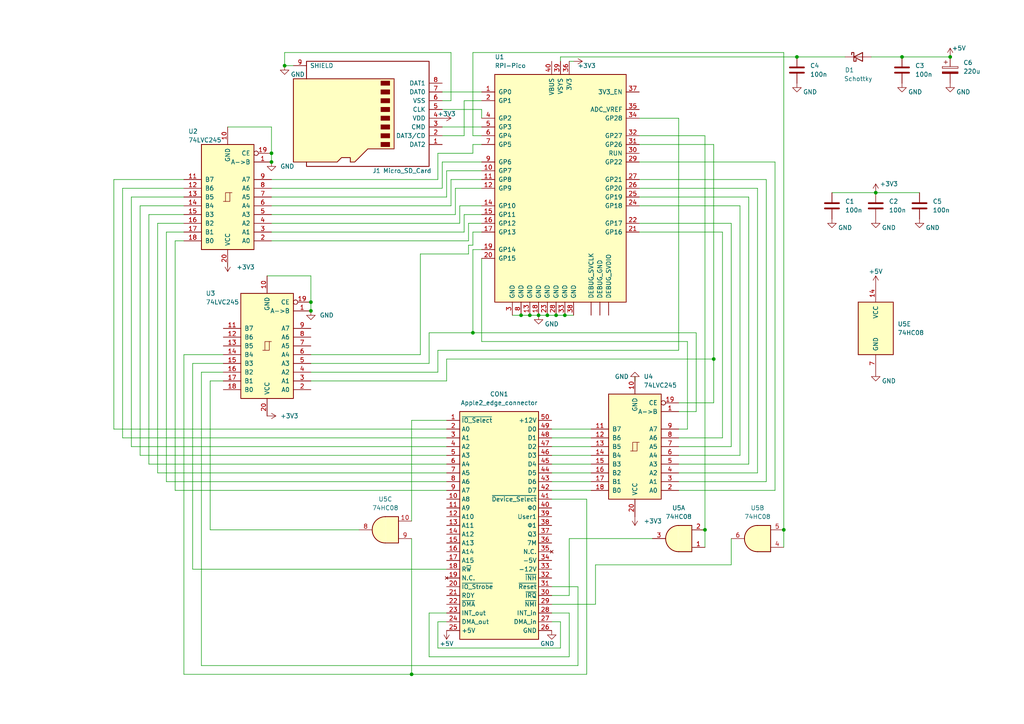
<source format=kicad_sch>
(kicad_sch (version 20211123) (generator eeschema)

  (uuid eaef1172-3351-417c-bfc4-74a598f141cb)

  (paper "A4")

  (title_block
    (title "A2PICO-n v1.6")
  )

  (lib_symbols
    (symbol "74xx:74LS08" (pin_names (offset 1.016)) (in_bom yes) (on_board yes)
      (property "Reference" "U" (id 0) (at 0 1.27 0)
        (effects (font (size 1.27 1.27)))
      )
      (property "Value" "74LS08" (id 1) (at 0 -1.27 0)
        (effects (font (size 1.27 1.27)))
      )
      (property "Footprint" "" (id 2) (at 0 0 0)
        (effects (font (size 1.27 1.27)) hide)
      )
      (property "Datasheet" "http://www.ti.com/lit/gpn/sn74LS08" (id 3) (at 0 0 0)
        (effects (font (size 1.27 1.27)) hide)
      )
      (property "ki_locked" "" (id 4) (at 0 0 0)
        (effects (font (size 1.27 1.27)))
      )
      (property "ki_keywords" "TTL and2" (id 5) (at 0 0 0)
        (effects (font (size 1.27 1.27)) hide)
      )
      (property "ki_description" "Quad And2" (id 6) (at 0 0 0)
        (effects (font (size 1.27 1.27)) hide)
      )
      (property "ki_fp_filters" "DIP*W7.62mm*" (id 7) (at 0 0 0)
        (effects (font (size 1.27 1.27)) hide)
      )
      (symbol "74LS08_1_1"
        (arc (start 0 -3.81) (mid 3.81 0) (end 0 3.81)
          (stroke (width 0.254) (type default) (color 0 0 0 0))
          (fill (type background))
        )
        (polyline
          (pts
            (xy 0 3.81)
            (xy -3.81 3.81)
            (xy -3.81 -3.81)
            (xy 0 -3.81)
          )
          (stroke (width 0.254) (type default) (color 0 0 0 0))
          (fill (type background))
        )
        (pin input line (at -7.62 2.54 0) (length 3.81)
          (name "~" (effects (font (size 1.27 1.27))))
          (number "1" (effects (font (size 1.27 1.27))))
        )
        (pin input line (at -7.62 -2.54 0) (length 3.81)
          (name "~" (effects (font (size 1.27 1.27))))
          (number "2" (effects (font (size 1.27 1.27))))
        )
        (pin output line (at 7.62 0 180) (length 3.81)
          (name "~" (effects (font (size 1.27 1.27))))
          (number "3" (effects (font (size 1.27 1.27))))
        )
      )
      (symbol "74LS08_1_2"
        (arc (start -3.81 -3.81) (mid -2.589 0) (end -3.81 3.81)
          (stroke (width 0.254) (type default) (color 0 0 0 0))
          (fill (type none))
        )
        (arc (start -0.6096 -3.81) (mid 2.1842 -2.5851) (end 3.81 0)
          (stroke (width 0.254) (type default) (color 0 0 0 0))
          (fill (type background))
        )
        (polyline
          (pts
            (xy -3.81 -3.81)
            (xy -0.635 -3.81)
          )
          (stroke (width 0.254) (type default) (color 0 0 0 0))
          (fill (type background))
        )
        (polyline
          (pts
            (xy -3.81 3.81)
            (xy -0.635 3.81)
          )
          (stroke (width 0.254) (type default) (color 0 0 0 0))
          (fill (type background))
        )
        (polyline
          (pts
            (xy -0.635 3.81)
            (xy -3.81 3.81)
            (xy -3.81 3.81)
            (xy -3.556 3.4036)
            (xy -3.0226 2.2606)
            (xy -2.6924 1.0414)
            (xy -2.6162 -0.254)
            (xy -2.7686 -1.4986)
            (xy -3.175 -2.7178)
            (xy -3.81 -3.81)
            (xy -3.81 -3.81)
            (xy -0.635 -3.81)
          )
          (stroke (width -25.4) (type default) (color 0 0 0 0))
          (fill (type background))
        )
        (arc (start 3.81 0) (mid 2.1915 2.5936) (end -0.6096 3.81)
          (stroke (width 0.254) (type default) (color 0 0 0 0))
          (fill (type background))
        )
        (pin input inverted (at -7.62 2.54 0) (length 4.318)
          (name "~" (effects (font (size 1.27 1.27))))
          (number "1" (effects (font (size 1.27 1.27))))
        )
        (pin input inverted (at -7.62 -2.54 0) (length 4.318)
          (name "~" (effects (font (size 1.27 1.27))))
          (number "2" (effects (font (size 1.27 1.27))))
        )
        (pin output inverted (at 7.62 0 180) (length 3.81)
          (name "~" (effects (font (size 1.27 1.27))))
          (number "3" (effects (font (size 1.27 1.27))))
        )
      )
      (symbol "74LS08_2_1"
        (arc (start 0 -3.81) (mid 3.81 0) (end 0 3.81)
          (stroke (width 0.254) (type default) (color 0 0 0 0))
          (fill (type background))
        )
        (polyline
          (pts
            (xy 0 3.81)
            (xy -3.81 3.81)
            (xy -3.81 -3.81)
            (xy 0 -3.81)
          )
          (stroke (width 0.254) (type default) (color 0 0 0 0))
          (fill (type background))
        )
        (pin input line (at -7.62 2.54 0) (length 3.81)
          (name "~" (effects (font (size 1.27 1.27))))
          (number "4" (effects (font (size 1.27 1.27))))
        )
        (pin input line (at -7.62 -2.54 0) (length 3.81)
          (name "~" (effects (font (size 1.27 1.27))))
          (number "5" (effects (font (size 1.27 1.27))))
        )
        (pin output line (at 7.62 0 180) (length 3.81)
          (name "~" (effects (font (size 1.27 1.27))))
          (number "6" (effects (font (size 1.27 1.27))))
        )
      )
      (symbol "74LS08_2_2"
        (arc (start -3.81 -3.81) (mid -2.589 0) (end -3.81 3.81)
          (stroke (width 0.254) (type default) (color 0 0 0 0))
          (fill (type none))
        )
        (arc (start -0.6096 -3.81) (mid 2.1842 -2.5851) (end 3.81 0)
          (stroke (width 0.254) (type default) (color 0 0 0 0))
          (fill (type background))
        )
        (polyline
          (pts
            (xy -3.81 -3.81)
            (xy -0.635 -3.81)
          )
          (stroke (width 0.254) (type default) (color 0 0 0 0))
          (fill (type background))
        )
        (polyline
          (pts
            (xy -3.81 3.81)
            (xy -0.635 3.81)
          )
          (stroke (width 0.254) (type default) (color 0 0 0 0))
          (fill (type background))
        )
        (polyline
          (pts
            (xy -0.635 3.81)
            (xy -3.81 3.81)
            (xy -3.81 3.81)
            (xy -3.556 3.4036)
            (xy -3.0226 2.2606)
            (xy -2.6924 1.0414)
            (xy -2.6162 -0.254)
            (xy -2.7686 -1.4986)
            (xy -3.175 -2.7178)
            (xy -3.81 -3.81)
            (xy -3.81 -3.81)
            (xy -0.635 -3.81)
          )
          (stroke (width -25.4) (type default) (color 0 0 0 0))
          (fill (type background))
        )
        (arc (start 3.81 0) (mid 2.1915 2.5936) (end -0.6096 3.81)
          (stroke (width 0.254) (type default) (color 0 0 0 0))
          (fill (type background))
        )
        (pin input inverted (at -7.62 2.54 0) (length 4.318)
          (name "~" (effects (font (size 1.27 1.27))))
          (number "4" (effects (font (size 1.27 1.27))))
        )
        (pin input inverted (at -7.62 -2.54 0) (length 4.318)
          (name "~" (effects (font (size 1.27 1.27))))
          (number "5" (effects (font (size 1.27 1.27))))
        )
        (pin output inverted (at 7.62 0 180) (length 3.81)
          (name "~" (effects (font (size 1.27 1.27))))
          (number "6" (effects (font (size 1.27 1.27))))
        )
      )
      (symbol "74LS08_3_1"
        (arc (start 0 -3.81) (mid 3.81 0) (end 0 3.81)
          (stroke (width 0.254) (type default) (color 0 0 0 0))
          (fill (type background))
        )
        (polyline
          (pts
            (xy 0 3.81)
            (xy -3.81 3.81)
            (xy -3.81 -3.81)
            (xy 0 -3.81)
          )
          (stroke (width 0.254) (type default) (color 0 0 0 0))
          (fill (type background))
        )
        (pin input line (at -7.62 -2.54 0) (length 3.81)
          (name "~" (effects (font (size 1.27 1.27))))
          (number "10" (effects (font (size 1.27 1.27))))
        )
        (pin output line (at 7.62 0 180) (length 3.81)
          (name "~" (effects (font (size 1.27 1.27))))
          (number "8" (effects (font (size 1.27 1.27))))
        )
        (pin input line (at -7.62 2.54 0) (length 3.81)
          (name "~" (effects (font (size 1.27 1.27))))
          (number "9" (effects (font (size 1.27 1.27))))
        )
      )
      (symbol "74LS08_3_2"
        (arc (start -3.81 -3.81) (mid -2.589 0) (end -3.81 3.81)
          (stroke (width 0.254) (type default) (color 0 0 0 0))
          (fill (type none))
        )
        (arc (start -0.6096 -3.81) (mid 2.1842 -2.5851) (end 3.81 0)
          (stroke (width 0.254) (type default) (color 0 0 0 0))
          (fill (type background))
        )
        (polyline
          (pts
            (xy -3.81 -3.81)
            (xy -0.635 -3.81)
          )
          (stroke (width 0.254) (type default) (color 0 0 0 0))
          (fill (type background))
        )
        (polyline
          (pts
            (xy -3.81 3.81)
            (xy -0.635 3.81)
          )
          (stroke (width 0.254) (type default) (color 0 0 0 0))
          (fill (type background))
        )
        (polyline
          (pts
            (xy -0.635 3.81)
            (xy -3.81 3.81)
            (xy -3.81 3.81)
            (xy -3.556 3.4036)
            (xy -3.0226 2.2606)
            (xy -2.6924 1.0414)
            (xy -2.6162 -0.254)
            (xy -2.7686 -1.4986)
            (xy -3.175 -2.7178)
            (xy -3.81 -3.81)
            (xy -3.81 -3.81)
            (xy -0.635 -3.81)
          )
          (stroke (width -25.4) (type default) (color 0 0 0 0))
          (fill (type background))
        )
        (arc (start 3.81 0) (mid 2.1915 2.5936) (end -0.6096 3.81)
          (stroke (width 0.254) (type default) (color 0 0 0 0))
          (fill (type background))
        )
        (pin input inverted (at -7.62 -2.54 0) (length 4.318)
          (name "~" (effects (font (size 1.27 1.27))))
          (number "10" (effects (font (size 1.27 1.27))))
        )
        (pin output inverted (at 7.62 0 180) (length 3.81)
          (name "~" (effects (font (size 1.27 1.27))))
          (number "8" (effects (font (size 1.27 1.27))))
        )
        (pin input inverted (at -7.62 2.54 0) (length 4.318)
          (name "~" (effects (font (size 1.27 1.27))))
          (number "9" (effects (font (size 1.27 1.27))))
        )
      )
      (symbol "74LS08_4_1"
        (arc (start 0 -3.81) (mid 3.81 0) (end 0 3.81)
          (stroke (width 0.254) (type default) (color 0 0 0 0))
          (fill (type background))
        )
        (polyline
          (pts
            (xy 0 3.81)
            (xy -3.81 3.81)
            (xy -3.81 -3.81)
            (xy 0 -3.81)
          )
          (stroke (width 0.254) (type default) (color 0 0 0 0))
          (fill (type background))
        )
        (pin output line (at 7.62 0 180) (length 3.81)
          (name "~" (effects (font (size 1.27 1.27))))
          (number "11" (effects (font (size 1.27 1.27))))
        )
        (pin input line (at -7.62 2.54 0) (length 3.81)
          (name "~" (effects (font (size 1.27 1.27))))
          (number "12" (effects (font (size 1.27 1.27))))
        )
        (pin input line (at -7.62 -2.54 0) (length 3.81)
          (name "~" (effects (font (size 1.27 1.27))))
          (number "13" (effects (font (size 1.27 1.27))))
        )
      )
      (symbol "74LS08_4_2"
        (arc (start -3.81 -3.81) (mid -2.589 0) (end -3.81 3.81)
          (stroke (width 0.254) (type default) (color 0 0 0 0))
          (fill (type none))
        )
        (arc (start -0.6096 -3.81) (mid 2.1842 -2.5851) (end 3.81 0)
          (stroke (width 0.254) (type default) (color 0 0 0 0))
          (fill (type background))
        )
        (polyline
          (pts
            (xy -3.81 -3.81)
            (xy -0.635 -3.81)
          )
          (stroke (width 0.254) (type default) (color 0 0 0 0))
          (fill (type background))
        )
        (polyline
          (pts
            (xy -3.81 3.81)
            (xy -0.635 3.81)
          )
          (stroke (width 0.254) (type default) (color 0 0 0 0))
          (fill (type background))
        )
        (polyline
          (pts
            (xy -0.635 3.81)
            (xy -3.81 3.81)
            (xy -3.81 3.81)
            (xy -3.556 3.4036)
            (xy -3.0226 2.2606)
            (xy -2.6924 1.0414)
            (xy -2.6162 -0.254)
            (xy -2.7686 -1.4986)
            (xy -3.175 -2.7178)
            (xy -3.81 -3.81)
            (xy -3.81 -3.81)
            (xy -0.635 -3.81)
          )
          (stroke (width -25.4) (type default) (color 0 0 0 0))
          (fill (type background))
        )
        (arc (start 3.81 0) (mid 2.1915 2.5936) (end -0.6096 3.81)
          (stroke (width 0.254) (type default) (color 0 0 0 0))
          (fill (type background))
        )
        (pin output inverted (at 7.62 0 180) (length 3.81)
          (name "~" (effects (font (size 1.27 1.27))))
          (number "11" (effects (font (size 1.27 1.27))))
        )
        (pin input inverted (at -7.62 2.54 0) (length 4.318)
          (name "~" (effects (font (size 1.27 1.27))))
          (number "12" (effects (font (size 1.27 1.27))))
        )
        (pin input inverted (at -7.62 -2.54 0) (length 4.318)
          (name "~" (effects (font (size 1.27 1.27))))
          (number "13" (effects (font (size 1.27 1.27))))
        )
      )
      (symbol "74LS08_5_0"
        (pin power_in line (at 0 12.7 270) (length 5.08)
          (name "VCC" (effects (font (size 1.27 1.27))))
          (number "14" (effects (font (size 1.27 1.27))))
        )
        (pin power_in line (at 0 -12.7 90) (length 5.08)
          (name "GND" (effects (font (size 1.27 1.27))))
          (number "7" (effects (font (size 1.27 1.27))))
        )
      )
      (symbol "74LS08_5_1"
        (rectangle (start -5.08 7.62) (end 5.08 -7.62)
          (stroke (width 0.254) (type default) (color 0 0 0 0))
          (fill (type background))
        )
      )
    )
    (symbol "74xx:74LS245" (pin_names (offset 1.016)) (in_bom yes) (on_board yes)
      (property "Reference" "U" (id 0) (at -7.62 16.51 0)
        (effects (font (size 1.27 1.27)))
      )
      (property "Value" "74LS245" (id 1) (at -7.62 -16.51 0)
        (effects (font (size 1.27 1.27)))
      )
      (property "Footprint" "" (id 2) (at 0 0 0)
        (effects (font (size 1.27 1.27)) hide)
      )
      (property "Datasheet" "http://www.ti.com/lit/gpn/sn74LS245" (id 3) (at 0 0 0)
        (effects (font (size 1.27 1.27)) hide)
      )
      (property "ki_locked" "" (id 4) (at 0 0 0)
        (effects (font (size 1.27 1.27)))
      )
      (property "ki_keywords" "TTL BUS 3State" (id 5) (at 0 0 0)
        (effects (font (size 1.27 1.27)) hide)
      )
      (property "ki_description" "Octal BUS Transceivers, 3-State outputs" (id 6) (at 0 0 0)
        (effects (font (size 1.27 1.27)) hide)
      )
      (property "ki_fp_filters" "DIP?20*" (id 7) (at 0 0 0)
        (effects (font (size 1.27 1.27)) hide)
      )
      (symbol "74LS245_1_0"
        (polyline
          (pts
            (xy -0.635 -1.27)
            (xy -0.635 1.27)
            (xy 0.635 1.27)
          )
          (stroke (width 0) (type default) (color 0 0 0 0))
          (fill (type none))
        )
        (polyline
          (pts
            (xy -1.27 -1.27)
            (xy 0.635 -1.27)
            (xy 0.635 1.27)
            (xy 1.27 1.27)
          )
          (stroke (width 0) (type default) (color 0 0 0 0))
          (fill (type none))
        )
        (pin input line (at -12.7 -10.16 0) (length 5.08)
          (name "A->B" (effects (font (size 1.27 1.27))))
          (number "1" (effects (font (size 1.27 1.27))))
        )
        (pin power_in line (at 0 -20.32 90) (length 5.08)
          (name "GND" (effects (font (size 1.27 1.27))))
          (number "10" (effects (font (size 1.27 1.27))))
        )
        (pin tri_state line (at 12.7 -5.08 180) (length 5.08)
          (name "B7" (effects (font (size 1.27 1.27))))
          (number "11" (effects (font (size 1.27 1.27))))
        )
        (pin tri_state line (at 12.7 -2.54 180) (length 5.08)
          (name "B6" (effects (font (size 1.27 1.27))))
          (number "12" (effects (font (size 1.27 1.27))))
        )
        (pin tri_state line (at 12.7 0 180) (length 5.08)
          (name "B5" (effects (font (size 1.27 1.27))))
          (number "13" (effects (font (size 1.27 1.27))))
        )
        (pin tri_state line (at 12.7 2.54 180) (length 5.08)
          (name "B4" (effects (font (size 1.27 1.27))))
          (number "14" (effects (font (size 1.27 1.27))))
        )
        (pin tri_state line (at 12.7 5.08 180) (length 5.08)
          (name "B3" (effects (font (size 1.27 1.27))))
          (number "15" (effects (font (size 1.27 1.27))))
        )
        (pin tri_state line (at 12.7 7.62 180) (length 5.08)
          (name "B2" (effects (font (size 1.27 1.27))))
          (number "16" (effects (font (size 1.27 1.27))))
        )
        (pin tri_state line (at 12.7 10.16 180) (length 5.08)
          (name "B1" (effects (font (size 1.27 1.27))))
          (number "17" (effects (font (size 1.27 1.27))))
        )
        (pin tri_state line (at 12.7 12.7 180) (length 5.08)
          (name "B0" (effects (font (size 1.27 1.27))))
          (number "18" (effects (font (size 1.27 1.27))))
        )
        (pin input inverted (at -12.7 -12.7 0) (length 5.08)
          (name "CE" (effects (font (size 1.27 1.27))))
          (number "19" (effects (font (size 1.27 1.27))))
        )
        (pin tri_state line (at -12.7 12.7 0) (length 5.08)
          (name "A0" (effects (font (size 1.27 1.27))))
          (number "2" (effects (font (size 1.27 1.27))))
        )
        (pin power_in line (at 0 20.32 270) (length 5.08)
          (name "VCC" (effects (font (size 1.27 1.27))))
          (number "20" (effects (font (size 1.27 1.27))))
        )
        (pin tri_state line (at -12.7 10.16 0) (length 5.08)
          (name "A1" (effects (font (size 1.27 1.27))))
          (number "3" (effects (font (size 1.27 1.27))))
        )
        (pin tri_state line (at -12.7 7.62 0) (length 5.08)
          (name "A2" (effects (font (size 1.27 1.27))))
          (number "4" (effects (font (size 1.27 1.27))))
        )
        (pin tri_state line (at -12.7 5.08 0) (length 5.08)
          (name "A3" (effects (font (size 1.27 1.27))))
          (number "5" (effects (font (size 1.27 1.27))))
        )
        (pin tri_state line (at -12.7 2.54 0) (length 5.08)
          (name "A4" (effects (font (size 1.27 1.27))))
          (number "6" (effects (font (size 1.27 1.27))))
        )
        (pin tri_state line (at -12.7 0 0) (length 5.08)
          (name "A5" (effects (font (size 1.27 1.27))))
          (number "7" (effects (font (size 1.27 1.27))))
        )
        (pin tri_state line (at -12.7 -2.54 0) (length 5.08)
          (name "A6" (effects (font (size 1.27 1.27))))
          (number "8" (effects (font (size 1.27 1.27))))
        )
        (pin tri_state line (at -12.7 -5.08 0) (length 5.08)
          (name "A7" (effects (font (size 1.27 1.27))))
          (number "9" (effects (font (size 1.27 1.27))))
        )
      )
      (symbol "74LS245_1_1"
        (rectangle (start -7.62 15.24) (end 7.62 -15.24)
          (stroke (width 0.254) (type default) (color 0 0 0 0))
          (fill (type background))
        )
      )
    )
    (symbol "Connector:Micro_SD_Card" (pin_names (offset 1.016)) (in_bom yes) (on_board yes)
      (property "Reference" "J" (id 0) (at -16.51 15.24 0)
        (effects (font (size 1.27 1.27)))
      )
      (property "Value" "Micro_SD_Card" (id 1) (at 16.51 15.24 0)
        (effects (font (size 1.27 1.27)) (justify right))
      )
      (property "Footprint" "" (id 2) (at 29.21 7.62 0)
        (effects (font (size 1.27 1.27)) hide)
      )
      (property "Datasheet" "http://katalog.we-online.de/em/datasheet/693072010801.pdf" (id 3) (at 0 0 0)
        (effects (font (size 1.27 1.27)) hide)
      )
      (property "ki_keywords" "connector SD microsd" (id 4) (at 0 0 0)
        (effects (font (size 1.27 1.27)) hide)
      )
      (property "ki_description" "Micro SD Card Socket" (id 5) (at 0 0 0)
        (effects (font (size 1.27 1.27)) hide)
      )
      (property "ki_fp_filters" "microSD*" (id 6) (at 0 0 0)
        (effects (font (size 1.27 1.27)) hide)
      )
      (symbol "Micro_SD_Card_0_1"
        (rectangle (start -7.62 -9.525) (end -5.08 -10.795)
          (stroke (width 0) (type default) (color 0 0 0 0))
          (fill (type outline))
        )
        (rectangle (start -7.62 -6.985) (end -5.08 -8.255)
          (stroke (width 0) (type default) (color 0 0 0 0))
          (fill (type outline))
        )
        (rectangle (start -7.62 -4.445) (end -5.08 -5.715)
          (stroke (width 0) (type default) (color 0 0 0 0))
          (fill (type outline))
        )
        (rectangle (start -7.62 -1.905) (end -5.08 -3.175)
          (stroke (width 0) (type default) (color 0 0 0 0))
          (fill (type outline))
        )
        (rectangle (start -7.62 0.635) (end -5.08 -0.635)
          (stroke (width 0) (type default) (color 0 0 0 0))
          (fill (type outline))
        )
        (rectangle (start -7.62 3.175) (end -5.08 1.905)
          (stroke (width 0) (type default) (color 0 0 0 0))
          (fill (type outline))
        )
        (rectangle (start -7.62 5.715) (end -5.08 4.445)
          (stroke (width 0) (type default) (color 0 0 0 0))
          (fill (type outline))
        )
        (rectangle (start -7.62 8.255) (end -5.08 6.985)
          (stroke (width 0) (type default) (color 0 0 0 0))
          (fill (type outline))
        )
        (polyline
          (pts
            (xy 16.51 12.7)
            (xy 16.51 13.97)
            (xy -19.05 13.97)
            (xy -19.05 -16.51)
            (xy 16.51 -16.51)
            (xy 16.51 -11.43)
          )
          (stroke (width 0.254) (type default) (color 0 0 0 0))
          (fill (type none))
        )
        (polyline
          (pts
            (xy -8.89 -11.43)
            (xy -8.89 8.89)
            (xy -1.27 8.89)
            (xy 2.54 12.7)
            (xy 3.81 12.7)
            (xy 3.81 11.43)
            (xy 6.35 11.43)
            (xy 7.62 12.7)
            (xy 20.32 12.7)
            (xy 20.32 -11.43)
            (xy -8.89 -11.43)
          )
          (stroke (width 0.254) (type default) (color 0 0 0 0))
          (fill (type background))
        )
      )
      (symbol "Micro_SD_Card_1_1"
        (pin bidirectional line (at -22.86 7.62 0) (length 3.81)
          (name "DAT2" (effects (font (size 1.27 1.27))))
          (number "1" (effects (font (size 1.27 1.27))))
        )
        (pin bidirectional line (at -22.86 5.08 0) (length 3.81)
          (name "DAT3/CD" (effects (font (size 1.27 1.27))))
          (number "2" (effects (font (size 1.27 1.27))))
        )
        (pin input line (at -22.86 2.54 0) (length 3.81)
          (name "CMD" (effects (font (size 1.27 1.27))))
          (number "3" (effects (font (size 1.27 1.27))))
        )
        (pin power_in line (at -22.86 0 0) (length 3.81)
          (name "VDD" (effects (font (size 1.27 1.27))))
          (number "4" (effects (font (size 1.27 1.27))))
        )
        (pin input line (at -22.86 -2.54 0) (length 3.81)
          (name "CLK" (effects (font (size 1.27 1.27))))
          (number "5" (effects (font (size 1.27 1.27))))
        )
        (pin power_in line (at -22.86 -5.08 0) (length 3.81)
          (name "VSS" (effects (font (size 1.27 1.27))))
          (number "6" (effects (font (size 1.27 1.27))))
        )
        (pin bidirectional line (at -22.86 -7.62 0) (length 3.81)
          (name "DAT0" (effects (font (size 1.27 1.27))))
          (number "7" (effects (font (size 1.27 1.27))))
        )
        (pin bidirectional line (at -22.86 -10.16 0) (length 3.81)
          (name "DAT1" (effects (font (size 1.27 1.27))))
          (number "8" (effects (font (size 1.27 1.27))))
        )
        (pin passive line (at 20.32 -15.24 180) (length 3.81)
          (name "SHIELD" (effects (font (size 1.27 1.27))))
          (number "9" (effects (font (size 1.27 1.27))))
        )
      )
    )
    (symbol "Device:C" (pin_numbers hide) (pin_names (offset 0.254)) (in_bom yes) (on_board yes)
      (property "Reference" "C" (id 0) (at 0.635 2.54 0)
        (effects (font (size 1.27 1.27)) (justify left))
      )
      (property "Value" "C" (id 1) (at 0.635 -2.54 0)
        (effects (font (size 1.27 1.27)) (justify left))
      )
      (property "Footprint" "" (id 2) (at 0.9652 -3.81 0)
        (effects (font (size 1.27 1.27)) hide)
      )
      (property "Datasheet" "~" (id 3) (at 0 0 0)
        (effects (font (size 1.27 1.27)) hide)
      )
      (property "ki_keywords" "cap capacitor" (id 4) (at 0 0 0)
        (effects (font (size 1.27 1.27)) hide)
      )
      (property "ki_description" "Unpolarized capacitor" (id 5) (at 0 0 0)
        (effects (font (size 1.27 1.27)) hide)
      )
      (property "ki_fp_filters" "C_*" (id 6) (at 0 0 0)
        (effects (font (size 1.27 1.27)) hide)
      )
      (symbol "C_0_1"
        (polyline
          (pts
            (xy -2.032 -0.762)
            (xy 2.032 -0.762)
          )
          (stroke (width 0.508) (type default) (color 0 0 0 0))
          (fill (type none))
        )
        (polyline
          (pts
            (xy -2.032 0.762)
            (xy 2.032 0.762)
          )
          (stroke (width 0.508) (type default) (color 0 0 0 0))
          (fill (type none))
        )
      )
      (symbol "C_1_1"
        (pin passive line (at 0 3.81 270) (length 2.794)
          (name "~" (effects (font (size 1.27 1.27))))
          (number "1" (effects (font (size 1.27 1.27))))
        )
        (pin passive line (at 0 -3.81 90) (length 2.794)
          (name "~" (effects (font (size 1.27 1.27))))
          (number "2" (effects (font (size 1.27 1.27))))
        )
      )
    )
    (symbol "Device:C_Polarized" (pin_numbers hide) (pin_names (offset 0.254)) (in_bom yes) (on_board yes)
      (property "Reference" "C" (id 0) (at 0.635 2.54 0)
        (effects (font (size 1.27 1.27)) (justify left))
      )
      (property "Value" "C_Polarized" (id 1) (at 0.635 -2.54 0)
        (effects (font (size 1.27 1.27)) (justify left))
      )
      (property "Footprint" "" (id 2) (at 0.9652 -3.81 0)
        (effects (font (size 1.27 1.27)) hide)
      )
      (property "Datasheet" "~" (id 3) (at 0 0 0)
        (effects (font (size 1.27 1.27)) hide)
      )
      (property "ki_keywords" "cap capacitor" (id 4) (at 0 0 0)
        (effects (font (size 1.27 1.27)) hide)
      )
      (property "ki_description" "Polarized capacitor" (id 5) (at 0 0 0)
        (effects (font (size 1.27 1.27)) hide)
      )
      (property "ki_fp_filters" "CP_*" (id 6) (at 0 0 0)
        (effects (font (size 1.27 1.27)) hide)
      )
      (symbol "C_Polarized_0_1"
        (rectangle (start -2.286 0.508) (end 2.286 1.016)
          (stroke (width 0) (type default) (color 0 0 0 0))
          (fill (type none))
        )
        (polyline
          (pts
            (xy -1.778 2.286)
            (xy -0.762 2.286)
          )
          (stroke (width 0) (type default) (color 0 0 0 0))
          (fill (type none))
        )
        (polyline
          (pts
            (xy -1.27 2.794)
            (xy -1.27 1.778)
          )
          (stroke (width 0) (type default) (color 0 0 0 0))
          (fill (type none))
        )
        (rectangle (start 2.286 -0.508) (end -2.286 -1.016)
          (stroke (width 0) (type default) (color 0 0 0 0))
          (fill (type outline))
        )
      )
      (symbol "C_Polarized_1_1"
        (pin passive line (at 0 3.81 270) (length 2.794)
          (name "~" (effects (font (size 1.27 1.27))))
          (number "1" (effects (font (size 1.27 1.27))))
        )
        (pin passive line (at 0 -3.81 90) (length 2.794)
          (name "~" (effects (font (size 1.27 1.27))))
          (number "2" (effects (font (size 1.27 1.27))))
        )
      )
    )
    (symbol "Diode:1N6857" (pin_numbers hide) (pin_names (offset 1.016) hide) (in_bom yes) (on_board yes)
      (property "Reference" "D" (id 0) (at 0 2.54 0)
        (effects (font (size 1.27 1.27)))
      )
      (property "Value" "1N6857" (id 1) (at 0 -2.54 0)
        (effects (font (size 1.27 1.27)))
      )
      (property "Footprint" "Diode_THT:D_DO-35_SOD27_P7.62mm_Horizontal" (id 2) (at 0 -4.445 0)
        (effects (font (size 1.27 1.27)) hide)
      )
      (property "Datasheet" "https://www.microsemi.com/document-portal/doc_download/8865-lds-0040-datasheet" (id 3) (at 0 0 0)
        (effects (font (size 1.27 1.27)) hide)
      )
      (property "ki_keywords" "diode Schottky" (id 4) (at 0 0 0)
        (effects (font (size 1.27 1.27)) hide)
      )
      (property "ki_description" "20V 150mA Schottky diode, DO-35" (id 5) (at 0 0 0)
        (effects (font (size 1.27 1.27)) hide)
      )
      (property "ki_fp_filters" "D*DO?35*" (id 6) (at 0 0 0)
        (effects (font (size 1.27 1.27)) hide)
      )
      (symbol "1N6857_0_1"
        (polyline
          (pts
            (xy 1.27 0)
            (xy -1.27 0)
          )
          (stroke (width 0) (type default) (color 0 0 0 0))
          (fill (type none))
        )
        (polyline
          (pts
            (xy 1.27 1.27)
            (xy 1.27 -1.27)
            (xy -1.27 0)
            (xy 1.27 1.27)
          )
          (stroke (width 0.254) (type default) (color 0 0 0 0))
          (fill (type none))
        )
        (polyline
          (pts
            (xy -1.905 0.635)
            (xy -1.905 1.27)
            (xy -1.27 1.27)
            (xy -1.27 -1.27)
            (xy -0.635 -1.27)
            (xy -0.635 -0.635)
          )
          (stroke (width 0.254) (type default) (color 0 0 0 0))
          (fill (type none))
        )
      )
      (symbol "1N6857_1_1"
        (pin passive line (at -3.81 0 0) (length 2.54)
          (name "K" (effects (font (size 1.27 1.27))))
          (number "1" (effects (font (size 1.27 1.27))))
        )
        (pin passive line (at 3.81 0 180) (length 2.54)
          (name "A" (effects (font (size 1.27 1.27))))
          (number "2" (effects (font (size 1.27 1.27))))
        )
      )
    )
    (symbol "MCU_Microchip_PIC16:RPI-Pico" (pin_names (offset 1.016)) (in_bom yes) (on_board yes)
      (property "Reference" "U" (id 0) (at 6.35 35.56 0)
        (effects (font (size 1.27 1.27)) (justify left))
      )
      (property "Value" "RPI-Pico" (id 1) (at 6.35 33.02 0)
        (effects (font (size 1.27 1.27)) (justify left))
      )
      (property "Footprint" "" (id 2) (at 0 0 0)
        (effects (font (size 1.27 1.27) italic) hide)
      )
      (property "Datasheet" "RPI-Pico" (id 3) (at 0 0 0)
        (effects (font (size 1.27 1.27)) hide)
      )
      (property "ki_keywords" "Flash-Based 8-Bit Microcontroller" (id 4) (at 0 0 0)
        (effects (font (size 1.27 1.27)) hide)
      )
      (property "ki_description" "4K Flash, 192B SRAM, ADC, PWM, DIP40" (id 5) (at 0 0 0)
        (effects (font (size 1.27 1.27)) hide)
      )
      (property "ki_fp_filters" "DIP* PDIP*" (id 6) (at 0 0 0)
        (effects (font (size 1.27 1.27)) hide)
      )
      (symbol "RPI-Pico_0_1"
        (rectangle (start -19.05 -34.29) (end 19.05 31.75)
          (stroke (width 0.254) (type default) (color 0 0 0 0))
          (fill (type background))
        )
      )
      (symbol "RPI-Pico_1_1"
        (pin power_in line (at 11.43 -38.1 90) (length 3.81)
          (name "DEBUG_GND" (effects (font (size 1.27 1.27))))
          (number "" (effects (font (size 1.27 1.27))))
        )
        (pin bidirectional line (at 8.89 -38.1 90) (length 3.81)
          (name "DEBUG_SVCLK" (effects (font (size 1.27 1.27))))
          (number "" (effects (font (size 1.27 1.27))))
        )
        (pin bidirectional line (at 13.97 -38.1 90) (length 3.81)
          (name "DEBUG_SVDIO" (effects (font (size 1.27 1.27))))
          (number "" (effects (font (size 1.27 1.27))))
        )
        (pin bidirectional line (at -22.86 26.67 0) (length 3.81)
          (name "GP0" (effects (font (size 1.27 1.27))))
          (number "1" (effects (font (size 1.27 1.27))))
        )
        (pin bidirectional line (at -22.86 3.81 0) (length 3.81)
          (name "GP7" (effects (font (size 1.27 1.27))))
          (number "10" (effects (font (size 1.27 1.27))))
        )
        (pin bidirectional line (at -22.86 1.27 0) (length 3.81)
          (name "GP8" (effects (font (size 1.27 1.27))))
          (number "11" (effects (font (size 1.27 1.27))))
        )
        (pin bidirectional line (at -22.86 -1.27 0) (length 3.81)
          (name "GP9" (effects (font (size 1.27 1.27))))
          (number "12" (effects (font (size 1.27 1.27))))
        )
        (pin power_in line (at -8.89 -38.1 90) (length 3.81)
          (name "GND" (effects (font (size 1.27 1.27))))
          (number "13" (effects (font (size 1.27 1.27))))
        )
        (pin bidirectional line (at -22.86 -6.35 0) (length 3.81)
          (name "GP10" (effects (font (size 1.27 1.27))))
          (number "14" (effects (font (size 1.27 1.27))))
        )
        (pin bidirectional line (at -22.86 -8.89 0) (length 3.81)
          (name "GP11" (effects (font (size 1.27 1.27))))
          (number "15" (effects (font (size 1.27 1.27))))
        )
        (pin bidirectional line (at -22.86 -11.43 0) (length 3.81)
          (name "GP12" (effects (font (size 1.27 1.27))))
          (number "16" (effects (font (size 1.27 1.27))))
        )
        (pin bidirectional line (at -22.86 -13.97 0) (length 3.81)
          (name "GP13" (effects (font (size 1.27 1.27))))
          (number "17" (effects (font (size 1.27 1.27))))
        )
        (pin power_in line (at -6.35 -38.1 90) (length 3.81)
          (name "GND" (effects (font (size 1.27 1.27))))
          (number "18" (effects (font (size 1.27 1.27))))
        )
        (pin bidirectional line (at -22.86 -19.05 0) (length 3.81)
          (name "GP14" (effects (font (size 1.27 1.27))))
          (number "19" (effects (font (size 1.27 1.27))))
        )
        (pin bidirectional line (at -22.86 24.13 0) (length 3.81)
          (name "GP1" (effects (font (size 1.27 1.27))))
          (number "2" (effects (font (size 1.27 1.27))))
        )
        (pin bidirectional line (at -22.86 -21.59 0) (length 3.81)
          (name "GP15" (effects (font (size 1.27 1.27))))
          (number "20" (effects (font (size 1.27 1.27))))
        )
        (pin bidirectional line (at 22.86 -13.97 180) (length 3.81)
          (name "GP16" (effects (font (size 1.27 1.27))))
          (number "21" (effects (font (size 1.27 1.27))))
        )
        (pin bidirectional line (at 22.86 -11.43 180) (length 3.81)
          (name "GP17" (effects (font (size 1.27 1.27))))
          (number "22" (effects (font (size 1.27 1.27))))
        )
        (pin power_in line (at -3.81 -38.1 90) (length 3.81)
          (name "GND" (effects (font (size 1.27 1.27))))
          (number "23" (effects (font (size 1.27 1.27))))
        )
        (pin bidirectional line (at 22.86 -6.35 180) (length 3.81)
          (name "GP18" (effects (font (size 1.27 1.27))))
          (number "24" (effects (font (size 1.27 1.27))))
        )
        (pin bidirectional line (at 22.86 -3.81 180) (length 3.81)
          (name "GP19" (effects (font (size 1.27 1.27))))
          (number "25" (effects (font (size 1.27 1.27))))
        )
        (pin bidirectional line (at 22.86 -1.27 180) (length 3.81)
          (name "GP20" (effects (font (size 1.27 1.27))))
          (number "26" (effects (font (size 1.27 1.27))))
        )
        (pin bidirectional line (at 22.86 1.27 180) (length 3.81)
          (name "GP21" (effects (font (size 1.27 1.27))))
          (number "27" (effects (font (size 1.27 1.27))))
        )
        (pin power_in line (at -1.27 -38.1 90) (length 3.81)
          (name "GND" (effects (font (size 1.27 1.27))))
          (number "28" (effects (font (size 1.27 1.27))))
        )
        (pin bidirectional line (at 22.86 6.35 180) (length 3.81)
          (name "GP22" (effects (font (size 1.27 1.27))))
          (number "29" (effects (font (size 1.27 1.27))))
        )
        (pin power_in line (at -13.97 -38.1 90) (length 3.81)
          (name "GND" (effects (font (size 1.27 1.27))))
          (number "3" (effects (font (size 1.27 1.27))))
        )
        (pin bidirectional line (at 22.86 8.89 180) (length 3.81)
          (name "RUN" (effects (font (size 1.27 1.27))))
          (number "30" (effects (font (size 1.27 1.27))))
        )
        (pin bidirectional line (at 22.86 11.43 180) (length 3.81)
          (name "GP26" (effects (font (size 1.27 1.27))))
          (number "31" (effects (font (size 1.27 1.27))))
        )
        (pin bidirectional line (at 22.86 13.97 180) (length 3.81)
          (name "GP27" (effects (font (size 1.27 1.27))))
          (number "32" (effects (font (size 1.27 1.27))))
        )
        (pin power_in line (at 1.27 -38.1 90) (length 3.81)
          (name "GND" (effects (font (size 1.27 1.27))))
          (number "33" (effects (font (size 1.27 1.27))))
        )
        (pin bidirectional line (at 22.86 19.05 180) (length 3.81)
          (name "GP28" (effects (font (size 1.27 1.27))))
          (number "34" (effects (font (size 1.27 1.27))))
        )
        (pin bidirectional line (at 22.86 21.59 180) (length 3.81)
          (name "ADC_VREF" (effects (font (size 1.27 1.27))))
          (number "35" (effects (font (size 1.27 1.27))))
        )
        (pin power_in line (at 2.54 35.56 270) (length 3.81)
          (name "3V3" (effects (font (size 1.27 1.27))))
          (number "36" (effects (font (size 1.27 1.27))))
        )
        (pin bidirectional line (at 22.86 26.67 180) (length 3.81)
          (name "3V3_EN" (effects (font (size 1.27 1.27))))
          (number "37" (effects (font (size 1.27 1.27))))
        )
        (pin power_in line (at 3.81 -38.1 90) (length 3.81)
          (name "GND" (effects (font (size 1.27 1.27))))
          (number "38" (effects (font (size 1.27 1.27))))
        )
        (pin power_in line (at 0 35.56 270) (length 3.81)
          (name "VSYS" (effects (font (size 1.27 1.27))))
          (number "39" (effects (font (size 1.27 1.27))))
        )
        (pin bidirectional line (at -22.86 19.05 0) (length 3.81)
          (name "GP2" (effects (font (size 1.27 1.27))))
          (number "4" (effects (font (size 1.27 1.27))))
        )
        (pin power_in line (at -2.54 35.56 270) (length 3.81)
          (name "VBUS" (effects (font (size 1.27 1.27))))
          (number "40" (effects (font (size 1.27 1.27))))
        )
        (pin bidirectional line (at -22.86 16.51 0) (length 3.81)
          (name "GP3" (effects (font (size 1.27 1.27))))
          (number "5" (effects (font (size 1.27 1.27))))
        )
        (pin bidirectional line (at -22.86 13.97 0) (length 3.81)
          (name "GP4" (effects (font (size 1.27 1.27))))
          (number "6" (effects (font (size 1.27 1.27))))
        )
        (pin bidirectional line (at -22.86 11.43 0) (length 3.81)
          (name "GP5" (effects (font (size 1.27 1.27))))
          (number "7" (effects (font (size 1.27 1.27))))
        )
        (pin power_in line (at -11.43 -38.1 90) (length 3.81)
          (name "GND" (effects (font (size 1.27 1.27))))
          (number "8" (effects (font (size 1.27 1.27))))
        )
        (pin bidirectional line (at -22.86 6.35 0) (length 3.81)
          (name "GP6" (effects (font (size 1.27 1.27))))
          (number "9" (effects (font (size 1.27 1.27))))
        )
      )
    )
    (symbol "Ralle_Library:Apple2_edge_connector" (in_bom yes) (on_board yes)
      (property "Reference" "CON" (id 0) (at 0 0 0)
        (effects (font (size 1.27 1.27)))
      )
      (property "Value" "Apple2_edge_connector" (id 1) (at 0 -34.29 0)
        (effects (font (size 1.27 1.27)))
      )
      (property "Footprint" "" (id 2) (at 0 0 0)
        (effects (font (size 1.27 1.27)) hide)
      )
      (property "Datasheet" "" (id 3) (at 0 0 0)
        (effects (font (size 1.27 1.27)) hide)
      )
      (symbol "Apple2_edge_connector_0_1"
        (rectangle (start -11.43 33.02) (end 11.43 -33.02)
          (stroke (width 0.254) (type default) (color 0 0 0 0))
          (fill (type background))
        )
      )
      (symbol "Apple2_edge_connector_1_1"
        (pin output line (at -15.24 30.48 0) (length 3.81)
          (name "~{IO_Select}" (effects (font (size 1.27 1.27))))
          (number "1" (effects (font (size 1.27 1.27))))
        )
        (pin input line (at -15.24 7.62 0) (length 3.81)
          (name "A8" (effects (font (size 1.27 1.27))))
          (number "10" (effects (font (size 1.27 1.27))))
        )
        (pin input line (at -15.24 5.08 0) (length 3.81)
          (name "A9" (effects (font (size 1.27 1.27))))
          (number "11" (effects (font (size 1.27 1.27))))
        )
        (pin input line (at -15.24 2.54 0) (length 3.81)
          (name "A10" (effects (font (size 1.27 1.27))))
          (number "12" (effects (font (size 1.27 1.27))))
        )
        (pin input line (at -15.24 0 0) (length 3.81)
          (name "A11" (effects (font (size 1.27 1.27))))
          (number "13" (effects (font (size 1.27 1.27))))
        )
        (pin input line (at -15.24 -2.54 0) (length 3.81)
          (name "A12" (effects (font (size 1.27 1.27))))
          (number "14" (effects (font (size 1.27 1.27))))
        )
        (pin input line (at -15.24 -5.08 0) (length 3.81)
          (name "A13" (effects (font (size 1.27 1.27))))
          (number "15" (effects (font (size 1.27 1.27))))
        )
        (pin input line (at -15.24 -7.62 0) (length 3.81)
          (name "A14" (effects (font (size 1.27 1.27))))
          (number "16" (effects (font (size 1.27 1.27))))
        )
        (pin input line (at -15.24 -10.16 0) (length 3.81)
          (name "A15" (effects (font (size 1.27 1.27))))
          (number "17" (effects (font (size 1.27 1.27))))
        )
        (pin input line (at -15.24 -12.7 0) (length 3.81)
          (name "R~{W}" (effects (font (size 1.27 1.27))))
          (number "18" (effects (font (size 1.27 1.27))))
        )
        (pin no_connect line (at -15.24 -15.24 0) (length 3.81)
          (name "N.C." (effects (font (size 1.27 1.27))))
          (number "19" (effects (font (size 1.27 1.27))))
        )
        (pin input line (at -15.24 27.94 0) (length 3.81)
          (name "A0" (effects (font (size 1.27 1.27))))
          (number "2" (effects (font (size 1.27 1.27))))
        )
        (pin input line (at -15.24 -17.78 0) (length 3.81)
          (name "~{IO_Strobe}" (effects (font (size 1.27 1.27))))
          (number "20" (effects (font (size 1.27 1.27))))
        )
        (pin input line (at -15.24 -20.32 0) (length 3.81)
          (name "RDY" (effects (font (size 1.27 1.27))))
          (number "21" (effects (font (size 1.27 1.27))))
        )
        (pin bidirectional line (at -15.24 -22.86 0) (length 3.81)
          (name "~{DMA}" (effects (font (size 1.27 1.27))))
          (number "22" (effects (font (size 1.27 1.27))))
        )
        (pin input line (at -15.24 -25.4 0) (length 3.81)
          (name "INT_out" (effects (font (size 1.27 1.27))))
          (number "23" (effects (font (size 1.27 1.27))))
        )
        (pin input line (at -15.24 -27.94 0) (length 3.81)
          (name "DMA_out" (effects (font (size 1.27 1.27))))
          (number "24" (effects (font (size 1.27 1.27))))
        )
        (pin power_in line (at -15.24 -30.48 0) (length 3.81)
          (name "+5V" (effects (font (size 1.27 1.27))))
          (number "25" (effects (font (size 1.27 1.27))))
        )
        (pin passive line (at 15.24 -30.48 180) (length 3.81)
          (name "GND" (effects (font (size 1.27 1.27))))
          (number "26" (effects (font (size 1.27 1.27))))
        )
        (pin output line (at 15.24 -27.94 180) (length 3.81)
          (name "DMA_in" (effects (font (size 1.27 1.27))))
          (number "27" (effects (font (size 1.27 1.27))))
        )
        (pin output line (at 15.24 -25.4 180) (length 3.81)
          (name "INT_in" (effects (font (size 1.27 1.27))))
          (number "28" (effects (font (size 1.27 1.27))))
        )
        (pin output line (at 15.24 -22.86 180) (length 3.81)
          (name "~{NMI}" (effects (font (size 1.27 1.27))))
          (number "29" (effects (font (size 1.27 1.27))))
        )
        (pin input line (at -15.24 25.4 0) (length 3.81)
          (name "A1" (effects (font (size 1.27 1.27))))
          (number "3" (effects (font (size 1.27 1.27))))
        )
        (pin output line (at 15.24 -20.32 180) (length 3.81)
          (name "~{IRQ}" (effects (font (size 1.27 1.27))))
          (number "30" (effects (font (size 1.27 1.27))))
        )
        (pin bidirectional line (at 15.24 -17.78 180) (length 3.81)
          (name "~{Reset}" (effects (font (size 1.27 1.27))))
          (number "31" (effects (font (size 1.27 1.27))))
        )
        (pin input line (at 15.24 -15.24 180) (length 3.81)
          (name "~{INH}" (effects (font (size 1.27 1.27))))
          (number "32" (effects (font (size 1.27 1.27))))
        )
        (pin power_in line (at 15.24 -12.7 180) (length 3.81)
          (name "-12V" (effects (font (size 1.27 1.27))))
          (number "33" (effects (font (size 1.27 1.27))))
        )
        (pin power_in line (at 15.24 -10.16 180) (length 3.81)
          (name "-5V" (effects (font (size 1.27 1.27))))
          (number "34" (effects (font (size 1.27 1.27))))
        )
        (pin no_connect line (at 15.24 -7.62 180) (length 3.81)
          (name "N.C." (effects (font (size 1.27 1.27))))
          (number "35" (effects (font (size 1.27 1.27))))
        )
        (pin input line (at 15.24 -5.08 180) (length 3.81)
          (name "7M" (effects (font (size 1.27 1.27))))
          (number "36" (effects (font (size 1.27 1.27))))
        )
        (pin input line (at 15.24 -2.54 180) (length 3.81)
          (name "Q3" (effects (font (size 1.27 1.27))))
          (number "37" (effects (font (size 1.27 1.27))))
        )
        (pin input line (at 15.24 0 180) (length 3.81)
          (name "Ф1" (effects (font (size 1.27 1.27))))
          (number "38" (effects (font (size 1.27 1.27))))
        )
        (pin bidirectional line (at 15.24 2.54 180) (length 3.81)
          (name "User1" (effects (font (size 1.27 1.27))))
          (number "39" (effects (font (size 1.27 1.27))))
        )
        (pin input line (at -15.24 22.86 0) (length 3.81)
          (name "A2" (effects (font (size 1.27 1.27))))
          (number "4" (effects (font (size 1.27 1.27))))
        )
        (pin input line (at 15.24 5.08 180) (length 3.81)
          (name "Ф0" (effects (font (size 1.27 1.27))))
          (number "40" (effects (font (size 1.27 1.27))))
        )
        (pin input line (at 15.24 7.62 180) (length 3.81)
          (name "~{Device_Select}" (effects (font (size 1.27 1.27))))
          (number "41" (effects (font (size 1.27 1.27))))
        )
        (pin bidirectional line (at 15.24 10.16 180) (length 3.81)
          (name "D7" (effects (font (size 1.27 1.27))))
          (number "42" (effects (font (size 1.27 1.27))))
        )
        (pin bidirectional line (at 15.24 12.7 180) (length 3.81)
          (name "D6" (effects (font (size 1.27 1.27))))
          (number "43" (effects (font (size 1.27 1.27))))
        )
        (pin bidirectional line (at 15.24 15.24 180) (length 3.81)
          (name "D5" (effects (font (size 1.27 1.27))))
          (number "44" (effects (font (size 1.27 1.27))))
        )
        (pin bidirectional line (at 15.24 17.78 180) (length 3.81)
          (name "D4" (effects (font (size 1.27 1.27))))
          (number "45" (effects (font (size 1.27 1.27))))
        )
        (pin bidirectional line (at 15.24 20.32 180) (length 3.81)
          (name "D3" (effects (font (size 1.27 1.27))))
          (number "46" (effects (font (size 1.27 1.27))))
        )
        (pin bidirectional line (at 15.24 22.86 180) (length 3.81)
          (name "D2" (effects (font (size 1.27 1.27))))
          (number "47" (effects (font (size 1.27 1.27))))
        )
        (pin bidirectional line (at 15.24 25.4 180) (length 3.81)
          (name "D1" (effects (font (size 1.27 1.27))))
          (number "48" (effects (font (size 1.27 1.27))))
        )
        (pin bidirectional line (at 15.24 27.94 180) (length 3.81)
          (name "D0" (effects (font (size 1.27 1.27))))
          (number "49" (effects (font (size 1.27 1.27))))
        )
        (pin input line (at -15.24 20.32 0) (length 3.81)
          (name "A3" (effects (font (size 1.27 1.27))))
          (number "5" (effects (font (size 1.27 1.27))))
        )
        (pin power_in line (at 15.24 30.48 180) (length 3.81)
          (name "+12V" (effects (font (size 1.27 1.27))))
          (number "50" (effects (font (size 1.27 1.27))))
        )
        (pin input line (at -15.24 17.78 0) (length 3.81)
          (name "A4" (effects (font (size 1.27 1.27))))
          (number "6" (effects (font (size 1.27 1.27))))
        )
        (pin input line (at -15.24 15.24 0) (length 3.81)
          (name "A5" (effects (font (size 1.27 1.27))))
          (number "7" (effects (font (size 1.27 1.27))))
        )
        (pin input line (at -15.24 12.7 0) (length 3.81)
          (name "A6" (effects (font (size 1.27 1.27))))
          (number "8" (effects (font (size 1.27 1.27))))
        )
        (pin input line (at -15.24 10.16 0) (length 3.81)
          (name "A7" (effects (font (size 1.27 1.27))))
          (number "9" (effects (font (size 1.27 1.27))))
        )
      )
    )
    (symbol "power:+3V3" (power) (pin_names (offset 0)) (in_bom yes) (on_board yes)
      (property "Reference" "#PWR" (id 0) (at 0 -3.81 0)
        (effects (font (size 1.27 1.27)) hide)
      )
      (property "Value" "+3V3" (id 1) (at 0 3.556 0)
        (effects (font (size 1.27 1.27)))
      )
      (property "Footprint" "" (id 2) (at 0 0 0)
        (effects (font (size 1.27 1.27)) hide)
      )
      (property "Datasheet" "" (id 3) (at 0 0 0)
        (effects (font (size 1.27 1.27)) hide)
      )
      (property "ki_keywords" "power-flag" (id 4) (at 0 0 0)
        (effects (font (size 1.27 1.27)) hide)
      )
      (property "ki_description" "Power symbol creates a global label with name \"+3V3\"" (id 5) (at 0 0 0)
        (effects (font (size 1.27 1.27)) hide)
      )
      (symbol "+3V3_0_1"
        (polyline
          (pts
            (xy -0.762 1.27)
            (xy 0 2.54)
          )
          (stroke (width 0) (type default) (color 0 0 0 0))
          (fill (type none))
        )
        (polyline
          (pts
            (xy 0 0)
            (xy 0 2.54)
          )
          (stroke (width 0) (type default) (color 0 0 0 0))
          (fill (type none))
        )
        (polyline
          (pts
            (xy 0 2.54)
            (xy 0.762 1.27)
          )
          (stroke (width 0) (type default) (color 0 0 0 0))
          (fill (type none))
        )
      )
      (symbol "+3V3_1_1"
        (pin power_in line (at 0 0 90) (length 0) hide
          (name "+3V3" (effects (font (size 1.27 1.27))))
          (number "1" (effects (font (size 1.27 1.27))))
        )
      )
    )
    (symbol "power:+5V" (power) (pin_names (offset 0)) (in_bom yes) (on_board yes)
      (property "Reference" "#PWR" (id 0) (at 0 -3.81 0)
        (effects (font (size 1.27 1.27)) hide)
      )
      (property "Value" "+5V" (id 1) (at 0 3.556 0)
        (effects (font (size 1.27 1.27)))
      )
      (property "Footprint" "" (id 2) (at 0 0 0)
        (effects (font (size 1.27 1.27)) hide)
      )
      (property "Datasheet" "" (id 3) (at 0 0 0)
        (effects (font (size 1.27 1.27)) hide)
      )
      (property "ki_keywords" "power-flag" (id 4) (at 0 0 0)
        (effects (font (size 1.27 1.27)) hide)
      )
      (property "ki_description" "Power symbol creates a global label with name \"+5V\"" (id 5) (at 0 0 0)
        (effects (font (size 1.27 1.27)) hide)
      )
      (symbol "+5V_0_1"
        (polyline
          (pts
            (xy -0.762 1.27)
            (xy 0 2.54)
          )
          (stroke (width 0) (type default) (color 0 0 0 0))
          (fill (type none))
        )
        (polyline
          (pts
            (xy 0 0)
            (xy 0 2.54)
          )
          (stroke (width 0) (type default) (color 0 0 0 0))
          (fill (type none))
        )
        (polyline
          (pts
            (xy 0 2.54)
            (xy 0.762 1.27)
          )
          (stroke (width 0) (type default) (color 0 0 0 0))
          (fill (type none))
        )
      )
      (symbol "+5V_1_1"
        (pin power_in line (at 0 0 90) (length 0) hide
          (name "+5V" (effects (font (size 1.27 1.27))))
          (number "1" (effects (font (size 1.27 1.27))))
        )
      )
    )
    (symbol "power:GND" (power) (pin_names (offset 0)) (in_bom yes) (on_board yes)
      (property "Reference" "#PWR" (id 0) (at 0 -6.35 0)
        (effects (font (size 1.27 1.27)) hide)
      )
      (property "Value" "GND" (id 1) (at 0 -3.81 0)
        (effects (font (size 1.27 1.27)))
      )
      (property "Footprint" "" (id 2) (at 0 0 0)
        (effects (font (size 1.27 1.27)) hide)
      )
      (property "Datasheet" "" (id 3) (at 0 0 0)
        (effects (font (size 1.27 1.27)) hide)
      )
      (property "ki_keywords" "power-flag" (id 4) (at 0 0 0)
        (effects (font (size 1.27 1.27)) hide)
      )
      (property "ki_description" "Power symbol creates a global label with name \"GND\" , ground" (id 5) (at 0 0 0)
        (effects (font (size 1.27 1.27)) hide)
      )
      (symbol "GND_0_1"
        (polyline
          (pts
            (xy 0 0)
            (xy 0 -1.27)
            (xy 1.27 -1.27)
            (xy 0 -2.54)
            (xy -1.27 -1.27)
            (xy 0 -1.27)
          )
          (stroke (width 0) (type default) (color 0 0 0 0))
          (fill (type none))
        )
      )
      (symbol "GND_1_1"
        (pin power_in line (at 0 0 270) (length 0) hide
          (name "GND" (effects (font (size 1.27 1.27))))
          (number "1" (effects (font (size 1.27 1.27))))
        )
      )
    )
  )

  (junction (at 78.74 44.45) (diameter 0) (color 0 0 0 0)
    (uuid 16c12286-5686-496e-b569-ddc4c113a400)
  )
  (junction (at 254 55.88) (diameter 0) (color 0 0 0 0)
    (uuid 17db2eb3-1d63-4694-a11b-b531a7bf90fd)
  )
  (junction (at 119.38 195.58) (diameter 0) (color 0 0 0 0)
    (uuid 1e2b55bb-e350-4363-bf19-e50ddc9809a3)
  )
  (junction (at 163.83 91.44) (diameter 0) (color 0 0 0 0)
    (uuid 35cfce7d-47cc-4920-b8f5-c5913070c59c)
  )
  (junction (at 82.55 19.05) (diameter 0) (color 0 0 0 0)
    (uuid 4f60051c-3f61-446c-8fe2-bf94aec3bb6c)
  )
  (junction (at 261.62 16.51) (diameter 0) (color 0 0 0 0)
    (uuid 5835f500-c6ae-4fc7-8f66-bc8f541c8cb3)
  )
  (junction (at 137.16 96.52) (diameter 0) (color 0 0 0 0)
    (uuid 5be299c6-37c5-48b0-82ca-e3decf0c447b)
  )
  (junction (at 158.75 91.44) (diameter 0) (color 0 0 0 0)
    (uuid 7d77f225-4cd0-49d9-96bf-2e9f72955146)
  )
  (junction (at 151.13 91.44) (diameter 0) (color 0 0 0 0)
    (uuid 80e9243c-a5b4-497c-a9d8-5a8ec137d443)
  )
  (junction (at 275.59 16.51) (diameter 0) (color 0 0 0 0)
    (uuid 89361d6e-e7a9-48b2-8597-7865848afb65)
  )
  (junction (at 90.17 87.63) (diameter 0) (color 0 0 0 0)
    (uuid b1560ff8-e4c6-4919-add7-e56ea8adf393)
  )
  (junction (at 207.01 104.14) (diameter 0) (color 0 0 0 0)
    (uuid b23ccaa7-b68e-4ec8-a6ff-a464bc7e6faa)
  )
  (junction (at 227.33 153.67) (diameter 0) (color 0 0 0 0)
    (uuid b4202582-7f23-492e-af5a-a9a86df3cf5a)
  )
  (junction (at 161.29 91.44) (diameter 0) (color 0 0 0 0)
    (uuid cca71be2-aed8-4fbf-acd5-4c4c1079b89f)
  )
  (junction (at 156.21 91.44) (diameter 0) (color 0 0 0 0)
    (uuid d0f4581c-3576-4e3e-80a5-48a8a70c74a4)
  )
  (junction (at 78.74 46.99) (diameter 0) (color 0 0 0 0)
    (uuid d7624cde-c6c6-4d03-ac2b-041d0cce66db)
  )
  (junction (at 90.17 90.17) (diameter 0) (color 0 0 0 0)
    (uuid d9a4304f-b6b6-4a5b-b149-8af409259094)
  )
  (junction (at 204.47 153.67) (diameter 0) (color 0 0 0 0)
    (uuid e56a0500-4725-4792-af37-c361a4ff2ba8)
  )
  (junction (at 153.67 91.44) (diameter 0) (color 0 0 0 0)
    (uuid f2dc2324-e76c-4e7d-8fb0-1e85189ab288)
  )
  (junction (at 231.14 16.51) (diameter 0) (color 0 0 0 0)
    (uuid feb33243-c1c0-4c08-a3e8-14b53498f1a9)
  )

  (wire (pts (xy 33.02 124.46) (xy 33.02 52.07))
    (stroke (width 0) (type default) (color 0 0 0 0))
    (uuid 02028230-82bf-41ed-99f9-9fe2ebffb24b)
  )
  (wire (pts (xy 78.74 67.31) (xy 134.62 67.31))
    (stroke (width 0) (type default) (color 0 0 0 0))
    (uuid 0224d175-7553-4737-b108-028c6fe1de21)
  )
  (wire (pts (xy 165.1 190.5) (xy 165.1 177.8))
    (stroke (width 0) (type default) (color 0 0 0 0))
    (uuid 0239e5be-e86f-426b-b39c-73eb55241d5c)
  )
  (wire (pts (xy 224.79 46.99) (xy 185.42 46.99))
    (stroke (width 0) (type default) (color 0 0 0 0))
    (uuid 02dab15a-d3b6-4aea-a821-8dcd604aa400)
  )
  (wire (pts (xy 134.62 67.31) (xy 134.62 62.23))
    (stroke (width 0) (type default) (color 0 0 0 0))
    (uuid 077879e4-9d96-44b6-9547-1b2c9380699f)
  )
  (wire (pts (xy 160.02 144.78) (xy 170.18 144.78))
    (stroke (width 0) (type default) (color 0 0 0 0))
    (uuid 07d31467-116a-4d9b-bcab-cd6595722493)
  )
  (wire (pts (xy 137.16 71.12) (xy 137.16 67.31))
    (stroke (width 0) (type default) (color 0 0 0 0))
    (uuid 09c72a52-f42e-40e4-8000-0c02bed48e21)
  )
  (wire (pts (xy 227.33 153.67) (xy 227.33 158.75))
    (stroke (width 0) (type default) (color 0 0 0 0))
    (uuid 0bf1c4bb-6dcc-452d-bae7-808dba976290)
  )
  (wire (pts (xy 129.54 177.8) (xy 124.46 177.8))
    (stroke (width 0) (type default) (color 0 0 0 0))
    (uuid 0cb071cd-a39b-49a3-b625-151fe939f974)
  )
  (wire (pts (xy 196.85 116.84) (xy 207.01 116.84))
    (stroke (width 0) (type default) (color 0 0 0 0))
    (uuid 0d98cb94-d6f5-49d6-8175-d20e11a6fbed)
  )
  (wire (pts (xy 33.02 52.07) (xy 53.34 52.07))
    (stroke (width 0) (type default) (color 0 0 0 0))
    (uuid 0ef8b807-55b0-4181-9bba-fcdeaabf70bf)
  )
  (wire (pts (xy 40.64 132.08) (xy 129.54 132.08))
    (stroke (width 0) (type default) (color 0 0 0 0))
    (uuid 1334ceae-8f98-4a04-b48c-44a0a3ce794b)
  )
  (wire (pts (xy 231.14 16.51) (xy 245.11 16.51))
    (stroke (width 0) (type default) (color 0 0 0 0))
    (uuid 149d661c-3088-40cd-86fa-13c5a6a54319)
  )
  (wire (pts (xy 170.18 144.78) (xy 170.18 195.58))
    (stroke (width 0) (type default) (color 0 0 0 0))
    (uuid 166a9fd5-d6ba-4874-89cf-d15038e42e6c)
  )
  (wire (pts (xy 58.42 107.95) (xy 64.77 107.95))
    (stroke (width 0) (type default) (color 0 0 0 0))
    (uuid 16e21476-6020-4e79-9657-c5066f4953e2)
  )
  (wire (pts (xy 130.81 52.07) (xy 139.7 52.07))
    (stroke (width 0) (type default) (color 0 0 0 0))
    (uuid 177e2eb7-96f2-4bdf-88cd-be5beeed63ef)
  )
  (wire (pts (xy 162.56 16.51) (xy 231.14 16.51))
    (stroke (width 0) (type default) (color 0 0 0 0))
    (uuid 17d56e7b-d8a4-471d-b0b5-86662046a9e0)
  )
  (wire (pts (xy 82.55 19.05) (xy 85.09 19.05))
    (stroke (width 0) (type default) (color 0 0 0 0))
    (uuid 1a3c6efd-aa88-419c-9ee6-0946c824e34a)
  )
  (wire (pts (xy 137.16 41.91) (xy 139.7 41.91))
    (stroke (width 0) (type default) (color 0 0 0 0))
    (uuid 1ade6884-352f-4cd0-90f6-56bcdf06455a)
  )
  (wire (pts (xy 58.42 193.04) (xy 167.64 193.04))
    (stroke (width 0) (type default) (color 0 0 0 0))
    (uuid 1b2e94bf-191c-405c-bed8-a6865e19cdce)
  )
  (wire (pts (xy 38.1 57.15) (xy 53.34 57.15))
    (stroke (width 0) (type default) (color 0 0 0 0))
    (uuid 1c9f5e5f-4f46-42da-a06c-282ef15231aa)
  )
  (wire (pts (xy 204.47 153.67) (xy 203.2 153.67))
    (stroke (width 0) (type default) (color 0 0 0 0))
    (uuid 1cb74ffe-ba87-4d6d-8816-59aae404bef0)
  )
  (wire (pts (xy 139.7 39.37) (xy 137.16 39.37))
    (stroke (width 0) (type default) (color 0 0 0 0))
    (uuid 1e5d81f4-d9c3-4f04-8e92-f3d2518eb98a)
  )
  (wire (pts (xy 222.25 52.07) (xy 222.25 139.7))
    (stroke (width 0) (type default) (color 0 0 0 0))
    (uuid 1f7113b7-9c46-4102-ab86-1f4a771d5943)
  )
  (wire (pts (xy 207.01 41.91) (xy 207.01 104.14))
    (stroke (width 0) (type default) (color 0 0 0 0))
    (uuid 211dae04-1efb-4a53-bd4b-e32cff605a88)
  )
  (wire (pts (xy 217.17 134.62) (xy 196.85 134.62))
    (stroke (width 0) (type default) (color 0 0 0 0))
    (uuid 21a6c41d-89da-424c-9c0c-c329c60ff844)
  )
  (wire (pts (xy 167.64 193.04) (xy 167.64 170.18))
    (stroke (width 0) (type default) (color 0 0 0 0))
    (uuid 24391d10-2a7e-430c-b564-e3b48b6a02a6)
  )
  (wire (pts (xy 127 101.6) (xy 196.85 101.6))
    (stroke (width 0) (type default) (color 0 0 0 0))
    (uuid 246bd111-fbda-431e-b9a7-442eb91fe9a0)
  )
  (wire (pts (xy 55.88 165.1) (xy 129.54 165.1))
    (stroke (width 0) (type default) (color 0 0 0 0))
    (uuid 25455f8b-f9da-41f4-acc9-153d6fdadf15)
  )
  (wire (pts (xy 78.74 59.69) (xy 130.81 59.69))
    (stroke (width 0) (type default) (color 0 0 0 0))
    (uuid 25c219af-6dfe-4783-991f-a0ee4aaa0a10)
  )
  (wire (pts (xy 165.1 177.8) (xy 160.02 177.8))
    (stroke (width 0) (type default) (color 0 0 0 0))
    (uuid 2733b233-f566-4ba0-b2e4-6a59c46ae18e)
  )
  (wire (pts (xy 204.47 153.67) (xy 204.47 158.75))
    (stroke (width 0) (type default) (color 0 0 0 0))
    (uuid 2f3ef3b3-2a68-4727-ae9e-c60c37625dbd)
  )
  (wire (pts (xy 130.81 52.07) (xy 130.81 59.69))
    (stroke (width 0) (type default) (color 0 0 0 0))
    (uuid 3164e824-82f6-4983-a136-d45f81cba65d)
  )
  (wire (pts (xy 78.74 36.83) (xy 78.74 44.45))
    (stroke (width 0) (type default) (color 0 0 0 0))
    (uuid 31beb1ee-e017-453c-9ee6-32688a245726)
  )
  (wire (pts (xy 134.62 29.21) (xy 139.7 29.21))
    (stroke (width 0) (type default) (color 0 0 0 0))
    (uuid 33271260-4300-4a96-9202-0e3e6cf502e5)
  )
  (wire (pts (xy 45.72 64.77) (xy 45.72 137.16))
    (stroke (width 0) (type default) (color 0 0 0 0))
    (uuid 33c0f955-a452-44fe-acba-28ac07e093bb)
  )
  (wire (pts (xy 130.81 15.24) (xy 130.81 29.21))
    (stroke (width 0) (type default) (color 0 0 0 0))
    (uuid 34310dad-ddb5-49c9-9738-58d939108733)
  )
  (wire (pts (xy 60.96 153.67) (xy 104.14 153.67))
    (stroke (width 0) (type default) (color 0 0 0 0))
    (uuid 3558f2ef-45a1-4dd1-8061-f4c93c67e1b4)
  )
  (wire (pts (xy 134.62 29.21) (xy 134.62 39.37))
    (stroke (width 0) (type default) (color 0 0 0 0))
    (uuid 35734e6f-0a25-4244-b8bd-529d45597458)
  )
  (wire (pts (xy 196.85 34.29) (xy 185.42 34.29))
    (stroke (width 0) (type default) (color 0 0 0 0))
    (uuid 3738a34e-e60c-4b80-b5e4-703b70def575)
  )
  (wire (pts (xy 252.73 16.51) (xy 261.62 16.51))
    (stroke (width 0) (type default) (color 0 0 0 0))
    (uuid 38a1c7b3-981b-44ae-a1b3-1e48f802e5b0)
  )
  (wire (pts (xy 219.71 137.16) (xy 219.71 54.61))
    (stroke (width 0) (type default) (color 0 0 0 0))
    (uuid 38a26a3e-4dd1-4c18-900a-3f5be32cd85a)
  )
  (wire (pts (xy 128.27 26.67) (xy 139.7 26.67))
    (stroke (width 0) (type default) (color 0 0 0 0))
    (uuid 39f77a1d-eeb8-490a-b520-35459cbaa3a0)
  )
  (wire (pts (xy 196.85 132.08) (xy 214.63 132.08))
    (stroke (width 0) (type default) (color 0 0 0 0))
    (uuid 3a867743-3e97-4db7-988b-0fc70a5a4a5b)
  )
  (wire (pts (xy 139.7 99.06) (xy 139.7 74.93))
    (stroke (width 0) (type default) (color 0 0 0 0))
    (uuid 3a9e89ff-1e77-46a1-a3ef-14f73225f089)
  )
  (wire (pts (xy 128.27 31.75) (xy 139.7 31.75))
    (stroke (width 0) (type default) (color 0 0 0 0))
    (uuid 3ccaee0d-e7f8-49b8-9069-dc2e1f5abf87)
  )
  (wire (pts (xy 151.13 91.44) (xy 153.67 91.44))
    (stroke (width 0) (type default) (color 0 0 0 0))
    (uuid 3dbdcdd4-d24f-49f6-afec-65c22ac18af4)
  )
  (wire (pts (xy 60.96 110.49) (xy 60.96 153.67))
    (stroke (width 0) (type default) (color 0 0 0 0))
    (uuid 3f5e1247-9c04-4b18-a898-1252f8b40b76)
  )
  (wire (pts (xy 241.3 55.88) (xy 254 55.88))
    (stroke (width 0) (type default) (color 0 0 0 0))
    (uuid 41a27c9e-59e3-4324-ba7f-93232867669a)
  )
  (wire (pts (xy 199.39 99.06) (xy 139.7 99.06))
    (stroke (width 0) (type default) (color 0 0 0 0))
    (uuid 43e75a69-de6b-445e-96c5-93a7f1858458)
  )
  (wire (pts (xy 217.17 57.15) (xy 217.17 134.62))
    (stroke (width 0) (type default) (color 0 0 0 0))
    (uuid 4559d9b9-11d9-4294-9d06-58eeeefa3399)
  )
  (wire (pts (xy 129.54 49.53) (xy 129.54 57.15))
    (stroke (width 0) (type default) (color 0 0 0 0))
    (uuid 4624a658-0e24-4f96-8ef1-f32f1de79166)
  )
  (wire (pts (xy 196.85 142.24) (xy 224.79 142.24))
    (stroke (width 0) (type default) (color 0 0 0 0))
    (uuid 463eb615-c1d4-43d7-b5f0-3478a2111873)
  )
  (wire (pts (xy 128.27 46.99) (xy 128.27 54.61))
    (stroke (width 0) (type default) (color 0 0 0 0))
    (uuid 4645c972-3b2d-44c6-9cc4-d9f35eeeb893)
  )
  (wire (pts (xy 121.92 73.66) (xy 121.92 102.87))
    (stroke (width 0) (type default) (color 0 0 0 0))
    (uuid 4656ea6a-8791-49b8-9e29-9ec88f05e600)
  )
  (wire (pts (xy 78.74 54.61) (xy 128.27 54.61))
    (stroke (width 0) (type default) (color 0 0 0 0))
    (uuid 46edfd6c-87f0-4b08-a5be-a856d2cb92c7)
  )
  (wire (pts (xy 185.42 64.77) (xy 212.09 64.77))
    (stroke (width 0) (type default) (color 0 0 0 0))
    (uuid 476dd12b-283a-4334-95b1-7ac1baced950)
  )
  (wire (pts (xy 165.1 172.72) (xy 165.1 156.21))
    (stroke (width 0) (type default) (color 0 0 0 0))
    (uuid 49e9df22-f749-4a6d-9567-04b813628cfa)
  )
  (wire (pts (xy 135.89 64.77) (xy 139.7 64.77))
    (stroke (width 0) (type default) (color 0 0 0 0))
    (uuid 4cb36424-daf3-4b6b-a9b9-6a4c3f1c192c)
  )
  (wire (pts (xy 137.16 15.24) (xy 227.33 15.24))
    (stroke (width 0) (type default) (color 0 0 0 0))
    (uuid 4ed60151-1bfc-420e-baf5-8e3800dec5d0)
  )
  (wire (pts (xy 201.93 119.38) (xy 196.85 119.38))
    (stroke (width 0) (type default) (color 0 0 0 0))
    (uuid 5011b14d-4f1d-4c5a-a177-d78ae436458f)
  )
  (wire (pts (xy 133.35 64.77) (xy 133.35 59.69))
    (stroke (width 0) (type default) (color 0 0 0 0))
    (uuid 52842282-08c0-4dda-b1b0-6dc8d44f3754)
  )
  (wire (pts (xy 128.27 39.37) (xy 134.62 39.37))
    (stroke (width 0) (type default) (color 0 0 0 0))
    (uuid 52edc742-77f6-4ae2-94c8-7abfcd903fde)
  )
  (wire (pts (xy 35.56 54.61) (xy 35.56 127))
    (stroke (width 0) (type default) (color 0 0 0 0))
    (uuid 532032a9-45e6-48dc-8fdb-8a9a814c91ed)
  )
  (wire (pts (xy 77.47 80.01) (xy 90.17 80.01))
    (stroke (width 0) (type default) (color 0 0 0 0))
    (uuid 5322b014-503e-479b-92f3-c104137eb4a7)
  )
  (wire (pts (xy 53.34 64.77) (xy 45.72 64.77))
    (stroke (width 0) (type default) (color 0 0 0 0))
    (uuid 53bbd6b5-7c65-4ca0-bef3-e03aa4bcbfa0)
  )
  (wire (pts (xy 166.37 17.78) (xy 165.1 17.78))
    (stroke (width 0) (type default) (color 0 0 0 0))
    (uuid 55f608f7-8abb-4fd6-a1ee-09481cd0eb3c)
  )
  (wire (pts (xy 160.02 127) (xy 171.45 127))
    (stroke (width 0) (type default) (color 0 0 0 0))
    (uuid 56ee04d1-b474-4fce-a0c8-3b7d48952431)
  )
  (wire (pts (xy 209.55 67.31) (xy 185.42 67.31))
    (stroke (width 0) (type default) (color 0 0 0 0))
    (uuid 59516c15-2fef-4227-ae46-6c1f5e735180)
  )
  (wire (pts (xy 48.26 139.7) (xy 129.54 139.7))
    (stroke (width 0) (type default) (color 0 0 0 0))
    (uuid 5a3e8a37-6527-45ec-bc2e-9acb33332aa7)
  )
  (wire (pts (xy 137.16 44.45) (xy 127 44.45))
    (stroke (width 0) (type default) (color 0 0 0 0))
    (uuid 5d9b14b5-d8cf-425d-b8e9-ddc513096f77)
  )
  (wire (pts (xy 139.7 31.75) (xy 139.7 34.29))
    (stroke (width 0) (type default) (color 0 0 0 0))
    (uuid 5ef7ae37-7836-4ff5-8bf4-63815c74e2ca)
  )
  (wire (pts (xy 153.67 91.44) (xy 156.21 91.44))
    (stroke (width 0) (type default) (color 0 0 0 0))
    (uuid 61d6f0d2-62d8-47d1-ac16-bf5409eba8a0)
  )
  (wire (pts (xy 227.33 15.24) (xy 227.33 153.67))
    (stroke (width 0) (type default) (color 0 0 0 0))
    (uuid 63a5197e-92ea-4bd5-964a-ccafbadf2042)
  )
  (wire (pts (xy 137.16 67.31) (xy 139.7 67.31))
    (stroke (width 0) (type default) (color 0 0 0 0))
    (uuid 64faa535-e980-47b8-9ebb-3a1bdf2622ec)
  )
  (wire (pts (xy 167.64 170.18) (xy 160.02 170.18))
    (stroke (width 0) (type default) (color 0 0 0 0))
    (uuid 65a10da4-c58b-4363-aa46-bc88f6220845)
  )
  (wire (pts (xy 172.72 163.83) (xy 212.09 163.83))
    (stroke (width 0) (type default) (color 0 0 0 0))
    (uuid 66642c87-7c51-4fd9-aac2-bfc85bb50838)
  )
  (wire (pts (xy 133.35 59.69) (xy 139.7 59.69))
    (stroke (width 0) (type default) (color 0 0 0 0))
    (uuid 67189c6b-e270-493a-99b8-08ab959d2fd6)
  )
  (wire (pts (xy 156.21 91.44) (xy 158.75 91.44))
    (stroke (width 0) (type default) (color 0 0 0 0))
    (uuid 6798c7cc-dd93-403f-bb8b-5d780f1fb4b1)
  )
  (wire (pts (xy 212.09 129.54) (xy 196.85 129.54))
    (stroke (width 0) (type default) (color 0 0 0 0))
    (uuid 69ab64b5-b3d1-4227-904f-0cdf7a443f5c)
  )
  (wire (pts (xy 53.34 54.61) (xy 35.56 54.61))
    (stroke (width 0) (type default) (color 0 0 0 0))
    (uuid 6a1b717d-a1d2-43ca-8d21-fadd34b31f5c)
  )
  (wire (pts (xy 207.01 41.91) (xy 185.42 41.91))
    (stroke (width 0) (type default) (color 0 0 0 0))
    (uuid 6bd9a904-c9c2-4f5b-8259-473c293629f7)
  )
  (wire (pts (xy 127 180.34) (xy 127 187.96))
    (stroke (width 0) (type default) (color 0 0 0 0))
    (uuid 6c6dddab-9124-4e10-877c-ac4477f43d41)
  )
  (wire (pts (xy 33.02 124.46) (xy 129.54 124.46))
    (stroke (width 0) (type default) (color 0 0 0 0))
    (uuid 6e4dd347-7b13-4669-b13f-474c3bec78f8)
  )
  (wire (pts (xy 66.04 36.83) (xy 78.74 36.83))
    (stroke (width 0) (type default) (color 0 0 0 0))
    (uuid 6edf4e3e-75f6-4bbb-b74e-61a282c7f270)
  )
  (wire (pts (xy 160.02 124.46) (xy 171.45 124.46))
    (stroke (width 0) (type default) (color 0 0 0 0))
    (uuid 6f4e406a-6586-4b08-bbba-9d81e366ff30)
  )
  (wire (pts (xy 119.38 156.21) (xy 119.38 195.58))
    (stroke (width 0) (type default) (color 0 0 0 0))
    (uuid 6f6981f4-9234-4328-b8b5-2ac5d60dba9e)
  )
  (wire (pts (xy 137.16 72.39) (xy 139.7 72.39))
    (stroke (width 0) (type default) (color 0 0 0 0))
    (uuid 6f993ec2-b7dd-4b8b-b8a6-7eaf3aed5345)
  )
  (wire (pts (xy 160.02 139.7) (xy 171.45 139.7))
    (stroke (width 0) (type default) (color 0 0 0 0))
    (uuid 706665ee-c3d8-4e49-97e5-b7dd4876ae50)
  )
  (wire (pts (xy 162.56 16.51) (xy 162.56 17.78))
    (stroke (width 0) (type default) (color 0 0 0 0))
    (uuid 71e4fe1b-c6d2-47c8-9005-caad1ac00737)
  )
  (wire (pts (xy 160.02 172.72) (xy 165.1 172.72))
    (stroke (width 0) (type default) (color 0 0 0 0))
    (uuid 7239b851-1659-49d5-bd3d-aa70c6265437)
  )
  (wire (pts (xy 48.26 67.31) (xy 53.34 67.31))
    (stroke (width 0) (type default) (color 0 0 0 0))
    (uuid 7359f4ae-6def-4302-9ab7-23cf7c345e06)
  )
  (wire (pts (xy 185.42 52.07) (xy 222.25 52.07))
    (stroke (width 0) (type default) (color 0 0 0 0))
    (uuid 739b93d3-e5a6-47e7-bc28-55ded9d8fbef)
  )
  (wire (pts (xy 160.02 134.62) (xy 171.45 134.62))
    (stroke (width 0) (type default) (color 0 0 0 0))
    (uuid 763b535f-ffe8-4f99-9581-e6d2757a9b0e)
  )
  (wire (pts (xy 160.02 132.08) (xy 171.45 132.08))
    (stroke (width 0) (type default) (color 0 0 0 0))
    (uuid 763f5877-179b-4861-a2d9-d1b585b8db56)
  )
  (wire (pts (xy 78.74 62.23) (xy 132.08 62.23))
    (stroke (width 0) (type default) (color 0 0 0 0))
    (uuid 779bcd4a-ce93-4ec0-9359-a00bce11c92a)
  )
  (wire (pts (xy 127 107.95) (xy 127 101.6))
    (stroke (width 0) (type default) (color 0 0 0 0))
    (uuid 7a46ad85-358d-4ee5-b34b-d4ba07f16a44)
  )
  (wire (pts (xy 212.09 64.77) (xy 212.09 129.54))
    (stroke (width 0) (type default) (color 0 0 0 0))
    (uuid 7c59032b-f1c7-420f-aba2-adcca876fd5f)
  )
  (wire (pts (xy 60.96 110.49) (xy 64.77 110.49))
    (stroke (width 0) (type default) (color 0 0 0 0))
    (uuid 7d03ea26-6f23-4ed3-a5a9-ba2f3a949f9a)
  )
  (wire (pts (xy 196.85 127) (xy 209.55 127))
    (stroke (width 0) (type default) (color 0 0 0 0))
    (uuid 823f7d1b-0769-4c84-b179-9c9f1d297a16)
  )
  (wire (pts (xy 160.02 142.24) (xy 171.45 142.24))
    (stroke (width 0) (type default) (color 0 0 0 0))
    (uuid 86fd7e02-87e1-4ea8-9bdc-30f3b874396b)
  )
  (wire (pts (xy 90.17 87.63) (xy 90.17 90.17))
    (stroke (width 0) (type default) (color 0 0 0 0))
    (uuid 877bf59f-307f-4275-aba5-6fa32137ef84)
  )
  (wire (pts (xy 160.02 137.16) (xy 171.45 137.16))
    (stroke (width 0) (type default) (color 0 0 0 0))
    (uuid 89c9524c-7e7b-4ed3-b072-0baf7e1e10bd)
  )
  (wire (pts (xy 127 187.96) (xy 162.56 187.96))
    (stroke (width 0) (type default) (color 0 0 0 0))
    (uuid 8b0d976c-93e3-4160-b417-5a4f71814589)
  )
  (wire (pts (xy 201.93 96.52) (xy 201.93 119.38))
    (stroke (width 0) (type default) (color 0 0 0 0))
    (uuid 91623388-8d01-43e7-9a09-c25f0850c4c4)
  )
  (wire (pts (xy 119.38 121.92) (xy 119.38 151.13))
    (stroke (width 0) (type default) (color 0 0 0 0))
    (uuid 93563fc1-852f-44b2-ba78-5ec35e3fa39e)
  )
  (wire (pts (xy 43.18 134.62) (xy 129.54 134.62))
    (stroke (width 0) (type default) (color 0 0 0 0))
    (uuid 9413e9e0-869f-44b6-98e1-66625847bd66)
  )
  (wire (pts (xy 35.56 127) (xy 129.54 127))
    (stroke (width 0) (type default) (color 0 0 0 0))
    (uuid 97d3fdc9-f0dd-4f06-9ba7-c04e1bfa4208)
  )
  (wire (pts (xy 50.8 69.85) (xy 50.8 142.24))
    (stroke (width 0) (type default) (color 0 0 0 0))
    (uuid 9adbe647-7795-4e0c-8e9d-7ea71c0a001a)
  )
  (wire (pts (xy 64.77 102.87) (xy 53.34 102.87))
    (stroke (width 0) (type default) (color 0 0 0 0))
    (uuid 9b56cd8a-ebf9-458b-b49c-011cd1959228)
  )
  (wire (pts (xy 222.25 139.7) (xy 196.85 139.7))
    (stroke (width 0) (type default) (color 0 0 0 0))
    (uuid 9b6e46b7-3bdf-43d9-9b6f-374ad119c6fd)
  )
  (wire (pts (xy 50.8 142.24) (xy 129.54 142.24))
    (stroke (width 0) (type default) (color 0 0 0 0))
    (uuid 9b7a1237-6760-40bc-8309-0ad61b61f701)
  )
  (wire (pts (xy 209.55 127) (xy 209.55 67.31))
    (stroke (width 0) (type default) (color 0 0 0 0))
    (uuid 9be0b184-1053-4034-a144-99c0dd2ba2d0)
  )
  (wire (pts (xy 172.72 175.26) (xy 172.72 163.83))
    (stroke (width 0) (type default) (color 0 0 0 0))
    (uuid 9d09a26c-f844-4559-a34f-bf144c132a11)
  )
  (wire (pts (xy 132.08 54.61) (xy 132.08 62.23))
    (stroke (width 0) (type default) (color 0 0 0 0))
    (uuid 9e1672b4-3531-44ce-90a9-4c15ddfdc9b2)
  )
  (wire (pts (xy 196.85 34.29) (xy 196.85 101.6))
    (stroke (width 0) (type default) (color 0 0 0 0))
    (uuid 9f730a36-1cda-49c8-8f1f-ab175d8c7c9e)
  )
  (wire (pts (xy 124.46 96.52) (xy 137.16 96.52))
    (stroke (width 0) (type default) (color 0 0 0 0))
    (uuid a2cb3dd4-7456-4418-96f1-4c8fc4e82f93)
  )
  (wire (pts (xy 199.39 99.06) (xy 199.39 124.46))
    (stroke (width 0) (type default) (color 0 0 0 0))
    (uuid a3c63fb1-d1a2-4434-914d-70e3400ae7b9)
  )
  (wire (pts (xy 137.16 72.39) (xy 137.16 96.52))
    (stroke (width 0) (type default) (color 0 0 0 0))
    (uuid a8a7fb05-a04e-46c0-996b-89df3a54bb5b)
  )
  (wire (pts (xy 170.18 195.58) (xy 119.38 195.58))
    (stroke (width 0) (type default) (color 0 0 0 0))
    (uuid af4301ca-6a7b-481d-a5c3-6f2caf206edc)
  )
  (wire (pts (xy 128.27 36.83) (xy 139.7 36.83))
    (stroke (width 0) (type default) (color 0 0 0 0))
    (uuid b01752ba-c0b8-47bc-bae3-3b4df2ce01f7)
  )
  (wire (pts (xy 78.74 57.15) (xy 129.54 57.15))
    (stroke (width 0) (type default) (color 0 0 0 0))
    (uuid b0556642-85e1-4f8e-85e0-69251d53fcf3)
  )
  (wire (pts (xy 55.88 105.41) (xy 55.88 165.1))
    (stroke (width 0) (type default) (color 0 0 0 0))
    (uuid b05c4925-cd5f-4e4f-bd28-29a55aa6d8b9)
  )
  (wire (pts (xy 78.74 44.45) (xy 78.74 46.99))
    (stroke (width 0) (type default) (color 0 0 0 0))
    (uuid b1228740-4474-46e5-8d4f-852d591a1e6d)
  )
  (wire (pts (xy 45.72 137.16) (xy 129.54 137.16))
    (stroke (width 0) (type default) (color 0 0 0 0))
    (uuid b200edd0-66af-40ab-aab3-e38529b8d3e2)
  )
  (wire (pts (xy 130.81 29.21) (xy 128.27 29.21))
    (stroke (width 0) (type default) (color 0 0 0 0))
    (uuid b5f0bc28-eb47-4c11-96c3-262e75cfdc62)
  )
  (wire (pts (xy 53.34 59.69) (xy 40.64 59.69))
    (stroke (width 0) (type default) (color 0 0 0 0))
    (uuid b6810b0b-be38-41f8-97ac-23e2af2f59b0)
  )
  (wire (pts (xy 254 55.88) (xy 266.7 55.88))
    (stroke (width 0) (type default) (color 0 0 0 0))
    (uuid b700b636-b25e-4512-bb56-68c1e5e185a3)
  )
  (wire (pts (xy 43.18 62.23) (xy 53.34 62.23))
    (stroke (width 0) (type default) (color 0 0 0 0))
    (uuid b711f9ce-9a66-4b17-8ddb-75086fe50d36)
  )
  (wire (pts (xy 78.74 52.07) (xy 127 52.07))
    (stroke (width 0) (type default) (color 0 0 0 0))
    (uuid b9036c4a-7c25-4215-9ee2-8ade0de7b672)
  )
  (wire (pts (xy 127 44.45) (xy 127 52.07))
    (stroke (width 0) (type default) (color 0 0 0 0))
    (uuid bbc1188e-fc55-4be8-9854-f5d3585783ca)
  )
  (wire (pts (xy 90.17 80.01) (xy 90.17 87.63))
    (stroke (width 0) (type default) (color 0 0 0 0))
    (uuid bdf4c90f-e9e3-4c17-b8e7-f521e08d453c)
  )
  (wire (pts (xy 129.54 110.49) (xy 129.54 104.14))
    (stroke (width 0) (type default) (color 0 0 0 0))
    (uuid c02b8703-f169-451d-a52a-fb34e9bb0fc4)
  )
  (wire (pts (xy 148.59 91.44) (xy 151.13 91.44))
    (stroke (width 0) (type default) (color 0 0 0 0))
    (uuid c1dd62e5-fde6-4c9c-ba4b-62f1a972b4a0)
  )
  (wire (pts (xy 90.17 110.49) (xy 129.54 110.49))
    (stroke (width 0) (type default) (color 0 0 0 0))
    (uuid c1f79a91-2326-4065-b695-cfc25e63b0c3)
  )
  (wire (pts (xy 66.04 77.47) (xy 66.04 76.2))
    (stroke (width 0) (type default) (color 0 0 0 0))
    (uuid c258d7bf-83dd-42e5-9bb2-c1a410a5f84c)
  )
  (wire (pts (xy 214.63 132.08) (xy 214.63 59.69))
    (stroke (width 0) (type default) (color 0 0 0 0))
    (uuid c3f401e4-9812-4cc7-b588-3e8ae6b67661)
  )
  (wire (pts (xy 129.54 49.53) (xy 139.7 49.53))
    (stroke (width 0) (type default) (color 0 0 0 0))
    (uuid c3fb893c-88fc-4b7b-b152-5b743518c4ca)
  )
  (wire (pts (xy 165.1 156.21) (xy 189.23 156.21))
    (stroke (width 0) (type default) (color 0 0 0 0))
    (uuid c40202ad-f044-4d7c-9756-535012567c92)
  )
  (wire (pts (xy 58.42 107.95) (xy 58.42 193.04))
    (stroke (width 0) (type default) (color 0 0 0 0))
    (uuid c475511d-a5ad-4e48-9185-8e86303f0e4a)
  )
  (wire (pts (xy 134.62 62.23) (xy 139.7 62.23))
    (stroke (width 0) (type default) (color 0 0 0 0))
    (uuid c537a104-3035-4b31-87ac-4e7bc3b6edec)
  )
  (wire (pts (xy 135.89 71.12) (xy 137.16 71.12))
    (stroke (width 0) (type default) (color 0 0 0 0))
    (uuid c6eda672-c994-4d6e-8e95-be39086c7066)
  )
  (wire (pts (xy 119.38 121.92) (xy 129.54 121.92))
    (stroke (width 0) (type default) (color 0 0 0 0))
    (uuid c87364bb-bce8-45ea-ab75-d260859980eb)
  )
  (wire (pts (xy 204.47 39.37) (xy 204.47 153.67))
    (stroke (width 0) (type default) (color 0 0 0 0))
    (uuid c87c1b5d-f1ed-45b2-aadf-300af4741e58)
  )
  (wire (pts (xy 53.34 102.87) (xy 53.34 195.58))
    (stroke (width 0) (type default) (color 0 0 0 0))
    (uuid c8c645c5-ddb3-451e-b376-b5b4878b657f)
  )
  (wire (pts (xy 124.46 105.41) (xy 124.46 96.52))
    (stroke (width 0) (type default) (color 0 0 0 0))
    (uuid c97331df-a2bf-4a4b-b52c-67d808eb3912)
  )
  (wire (pts (xy 38.1 129.54) (xy 38.1 57.15))
    (stroke (width 0) (type default) (color 0 0 0 0))
    (uuid cba1740e-7289-41c7-9b17-9bce8ce6c137)
  )
  (wire (pts (xy 90.17 105.41) (xy 124.46 105.41))
    (stroke (width 0) (type default) (color 0 0 0 0))
    (uuid cc6d8589-d3ef-4c49-8f29-121ddf19266e)
  )
  (wire (pts (xy 128.27 46.99) (xy 139.7 46.99))
    (stroke (width 0) (type default) (color 0 0 0 0))
    (uuid cd6e379a-b2bf-4dd2-8d20-e5cc9267a9fa)
  )
  (wire (pts (xy 82.55 19.05) (xy 82.55 15.24))
    (stroke (width 0) (type default) (color 0 0 0 0))
    (uuid cd8e5299-a812-4353-9812-c14fcddea1fc)
  )
  (wire (pts (xy 137.16 96.52) (xy 201.93 96.52))
    (stroke (width 0) (type default) (color 0 0 0 0))
    (uuid ceaa5a77-06da-4df6-99e8-78dc1c8a20f4)
  )
  (wire (pts (xy 48.26 139.7) (xy 48.26 67.31))
    (stroke (width 0) (type default) (color 0 0 0 0))
    (uuid cf75f81a-518f-46f8-878f-f08e57f55931)
  )
  (wire (pts (xy 43.18 134.62) (xy 43.18 62.23))
    (stroke (width 0) (type default) (color 0 0 0 0))
    (uuid d11edf10-3911-465f-a7bf-3196ffa21251)
  )
  (wire (pts (xy 129.54 104.14) (xy 207.01 104.14))
    (stroke (width 0) (type default) (color 0 0 0 0))
    (uuid d4e9d730-b7e4-4c83-b235-7de941bc6312)
  )
  (wire (pts (xy 160.02 129.54) (xy 171.45 129.54))
    (stroke (width 0) (type default) (color 0 0 0 0))
    (uuid d52a96f3-7395-43af-90fb-a7f372471fe6)
  )
  (wire (pts (xy 161.29 91.44) (xy 163.83 91.44))
    (stroke (width 0) (type default) (color 0 0 0 0))
    (uuid d6935351-4cad-44cd-919f-3b3b2d3452b2)
  )
  (wire (pts (xy 224.79 142.24) (xy 224.79 46.99))
    (stroke (width 0) (type default) (color 0 0 0 0))
    (uuid d7587a34-48ba-4556-ad5e-eebea97b015a)
  )
  (wire (pts (xy 129.54 180.34) (xy 127 180.34))
    (stroke (width 0) (type default) (color 0 0 0 0))
    (uuid dbbf4cff-9e61-47a0-9c1b-4565ae3f6cdd)
  )
  (wire (pts (xy 212.09 163.83) (xy 212.09 156.21))
    (stroke (width 0) (type default) (color 0 0 0 0))
    (uuid dc40b00a-81c1-405d-97b3-edef21111f30)
  )
  (wire (pts (xy 124.46 190.5) (xy 165.1 190.5))
    (stroke (width 0) (type default) (color 0 0 0 0))
    (uuid de49de4d-118b-4693-918d-af5a0e865006)
  )
  (wire (pts (xy 184.15 110.49) (xy 184.15 109.22))
    (stroke (width 0) (type default) (color 0 0 0 0))
    (uuid de6cfc43-ce8c-49b2-8748-cb26e957ebd7)
  )
  (wire (pts (xy 160.02 175.26) (xy 172.72 175.26))
    (stroke (width 0) (type default) (color 0 0 0 0))
    (uuid dfa5abec-545e-4b3a-81e4-d7a8a432992e)
  )
  (wire (pts (xy 40.64 59.69) (xy 40.64 132.08))
    (stroke (width 0) (type default) (color 0 0 0 0))
    (uuid e0204cc3-41e0-4e4c-957c-ad5b4bb6cf86)
  )
  (wire (pts (xy 132.08 54.61) (xy 139.7 54.61))
    (stroke (width 0) (type default) (color 0 0 0 0))
    (uuid e099e40f-25d6-4bdc-99da-eb0ee8da7c8a)
  )
  (wire (pts (xy 185.42 57.15) (xy 217.17 57.15))
    (stroke (width 0) (type default) (color 0 0 0 0))
    (uuid e0ff0b0c-263d-49fe-81d6-e363abd53640)
  )
  (wire (pts (xy 78.74 64.77) (xy 133.35 64.77))
    (stroke (width 0) (type default) (color 0 0 0 0))
    (uuid e17b8c07-b7a6-4047-bd1a-ef37c15a0392)
  )
  (wire (pts (xy 135.89 69.85) (xy 135.89 64.77))
    (stroke (width 0) (type default) (color 0 0 0 0))
    (uuid e1912bd4-9728-42cb-9548-3d1b7fdbf753)
  )
  (wire (pts (xy 163.83 91.44) (xy 166.37 91.44))
    (stroke (width 0) (type default) (color 0 0 0 0))
    (uuid e1fa96e0-16cb-4394-84da-a9334907b690)
  )
  (wire (pts (xy 53.34 69.85) (xy 50.8 69.85))
    (stroke (width 0) (type default) (color 0 0 0 0))
    (uuid e476b833-b500-4edd-aca1-debe11961e90)
  )
  (wire (pts (xy 162.56 187.96) (xy 162.56 180.34))
    (stroke (width 0) (type default) (color 0 0 0 0))
    (uuid e50d6a19-f2f3-4084-adfd-8ff7a984dcac)
  )
  (wire (pts (xy 38.1 129.54) (xy 129.54 129.54))
    (stroke (width 0) (type default) (color 0 0 0 0))
    (uuid e6b4f5a2-f3c4-47f5-b861-07aad7217095)
  )
  (wire (pts (xy 53.34 195.58) (xy 119.38 195.58))
    (stroke (width 0) (type default) (color 0 0 0 0))
    (uuid e82c6728-328a-4fb4-b819-3d2b4377817e)
  )
  (wire (pts (xy 90.17 107.95) (xy 127 107.95))
    (stroke (width 0) (type default) (color 0 0 0 0))
    (uuid e8a21aee-ae8d-479c-b81e-4be470b5870a)
  )
  (wire (pts (xy 137.16 41.91) (xy 137.16 44.45))
    (stroke (width 0) (type default) (color 0 0 0 0))
    (uuid e8ab59ea-e79a-4f6b-ab8c-6a89f5fcf0a2)
  )
  (wire (pts (xy 261.62 16.51) (xy 275.59 16.51))
    (stroke (width 0) (type default) (color 0 0 0 0))
    (uuid e8c7c1e8-11b4-47c7-ba88-02446c268d3a)
  )
  (wire (pts (xy 204.47 39.37) (xy 185.42 39.37))
    (stroke (width 0) (type default) (color 0 0 0 0))
    (uuid e93e43fb-9479-4f89-b7f6-a7bfcbce958d)
  )
  (wire (pts (xy 124.46 177.8) (xy 124.46 190.5))
    (stroke (width 0) (type default) (color 0 0 0 0))
    (uuid ea15f2a2-988b-4ceb-a951-9e6d41d1f598)
  )
  (wire (pts (xy 214.63 59.69) (xy 185.42 59.69))
    (stroke (width 0) (type default) (color 0 0 0 0))
    (uuid eafaf597-4b8f-4925-bbab-c37fe3e4d046)
  )
  (wire (pts (xy 135.89 73.66) (xy 135.89 71.12))
    (stroke (width 0) (type default) (color 0 0 0 0))
    (uuid ebf70cdc-29cd-4723-8f4e-59a7e37ccebd)
  )
  (wire (pts (xy 207.01 104.14) (xy 207.01 116.84))
    (stroke (width 0) (type default) (color 0 0 0 0))
    (uuid ed360b29-8f3e-4b16-b067-adfef2ccf506)
  )
  (wire (pts (xy 90.17 102.87) (xy 121.92 102.87))
    (stroke (width 0) (type default) (color 0 0 0 0))
    (uuid ee911380-d7be-4390-bad8-7e83c81600a5)
  )
  (wire (pts (xy 82.55 15.24) (xy 130.81 15.24))
    (stroke (width 0) (type default) (color 0 0 0 0))
    (uuid ef5d7bfb-80e5-449e-88d0-3cea24671b3b)
  )
  (wire (pts (xy 196.85 137.16) (xy 219.71 137.16))
    (stroke (width 0) (type default) (color 0 0 0 0))
    (uuid f1023d69-b1b1-4b16-8b51-8ac46793c24d)
  )
  (wire (pts (xy 158.75 91.44) (xy 161.29 91.44))
    (stroke (width 0) (type default) (color 0 0 0 0))
    (uuid f4c67aa8-389d-465a-ba6f-82e7fe1bf086)
  )
  (wire (pts (xy 78.74 69.85) (xy 135.89 69.85))
    (stroke (width 0) (type default) (color 0 0 0 0))
    (uuid f8f2ee45-a1a4-4bdb-95f8-af52feecca16)
  )
  (wire (pts (xy 199.39 124.46) (xy 196.85 124.46))
    (stroke (width 0) (type default) (color 0 0 0 0))
    (uuid f910b2b8-8092-4f9a-add6-5c9b949dd8b5)
  )
  (wire (pts (xy 137.16 39.37) (xy 137.16 15.24))
    (stroke (width 0) (type default) (color 0 0 0 0))
    (uuid f9369e28-2bdd-4d29-93e8-7c3f34e5bc96)
  )
  (wire (pts (xy 121.92 73.66) (xy 135.89 73.66))
    (stroke (width 0) (type default) (color 0 0 0 0))
    (uuid f98cea36-7f9b-43fc-bb1b-4539b8477e9e)
  )
  (wire (pts (xy 162.56 180.34) (xy 160.02 180.34))
    (stroke (width 0) (type default) (color 0 0 0 0))
    (uuid fc101e77-9b92-431b-88c6-3f3ff9821a11)
  )
  (wire (pts (xy 219.71 54.61) (xy 185.42 54.61))
    (stroke (width 0) (type default) (color 0 0 0 0))
    (uuid fcbf8e37-f0c1-4057-ab74-477055891e3a)
  )
  (wire (pts (xy 55.88 105.41) (xy 64.77 105.41))
    (stroke (width 0) (type default) (color 0 0 0 0))
    (uuid feff8b17-4faf-410c-87bd-d7de8c8b7fb9)
  )

  (symbol (lib_id "power:+3V3") (at 128.27 34.29 270) (unit 1)
    (in_bom yes) (on_board yes)
    (uuid 07c6fef5-aad9-4e6c-baf8-2235d8b33886)
    (property "Reference" "#PWR?" (id 0) (at 124.46 34.29 0)
      (effects (font (size 1.27 1.27)) hide)
    )
    (property "Value" "+3V3" (id 1) (at 129.54 33.02 90))
    (property "Footprint" "" (id 2) (at 128.27 34.29 0)
      (effects (font (size 1.27 1.27)) hide)
    )
    (property "Datasheet" "" (id 3) (at 128.27 34.29 0)
      (effects (font (size 1.27 1.27)) hide)
    )
    (pin "1" (uuid bda88fb3-966d-4233-aff0-c03220559f4f))
  )

  (symbol (lib_id "Device:C") (at 241.3 59.69 0) (unit 1)
    (in_bom yes) (on_board yes) (fields_autoplaced)
    (uuid 15ba3e66-806a-4614-9485-faa58f29eaea)
    (property "Reference" "C1" (id 0) (at 245.11 58.4199 0)
      (effects (font (size 1.27 1.27)) (justify left))
    )
    (property "Value" "100n" (id 1) (at 245.11 60.9599 0)
      (effects (font (size 1.27 1.27)) (justify left))
    )
    (property "Footprint" "" (id 2) (at 242.2652 63.5 0)
      (effects (font (size 1.27 1.27)) hide)
    )
    (property "Datasheet" "~" (id 3) (at 241.3 59.69 0)
      (effects (font (size 1.27 1.27)) hide)
    )
    (pin "1" (uuid a0b5b3c8-43fe-47be-bb4f-43f0a9dd1f04))
    (pin "2" (uuid 12d7f34c-6f6e-4523-a9e7-5f8e1e767296))
  )

  (symbol (lib_id "Device:C") (at 254 59.69 0) (unit 1)
    (in_bom yes) (on_board yes) (fields_autoplaced)
    (uuid 265e079d-5948-4c61-b2b3-e221e1e358bb)
    (property "Reference" "C2" (id 0) (at 257.81 58.4199 0)
      (effects (font (size 1.27 1.27)) (justify left))
    )
    (property "Value" "100n" (id 1) (at 257.81 60.9599 0)
      (effects (font (size 1.27 1.27)) (justify left))
    )
    (property "Footprint" "" (id 2) (at 254.9652 63.5 0)
      (effects (font (size 1.27 1.27)) hide)
    )
    (property "Datasheet" "~" (id 3) (at 254 59.69 0)
      (effects (font (size 1.27 1.27)) hide)
    )
    (pin "1" (uuid a25e01fb-872d-490c-92f1-06e07533e7bf))
    (pin "2" (uuid f7b31222-0d5e-43de-94da-930217a1fdfe))
  )

  (symbol (lib_id "74xx:74LS08") (at 111.76 153.67 180) (unit 3)
    (in_bom yes) (on_board yes) (fields_autoplaced)
    (uuid 2df5d48e-561d-41f5-9142-201971a2806a)
    (property "Reference" "U5" (id 0) (at 111.76 144.78 0))
    (property "Value" "74HC08" (id 1) (at 111.76 147.32 0))
    (property "Footprint" "" (id 2) (at 111.76 153.67 0)
      (effects (font (size 1.27 1.27)) hide)
    )
    (property "Datasheet" "http://www.ti.com/lit/gpn/sn74LS08" (id 3) (at 111.76 153.67 0)
      (effects (font (size 1.27 1.27)) hide)
    )
    (pin "1" (uuid 6726f8e4-8d42-46b9-981e-3ba2f7aae3a3))
    (pin "2" (uuid 6cbcb58b-5653-4a15-af87-39cebf054947))
    (pin "3" (uuid 6dde29d9-0593-4287-9692-08dc4b8bec19))
    (pin "4" (uuid d090e542-0dec-4035-a366-a9e3164043bf))
    (pin "5" (uuid aa3c9125-6e0d-438e-89b1-dc27a4aa1225))
    (pin "6" (uuid f0c9c472-5d7a-450b-b5d4-365a5a3c4527))
    (pin "10" (uuid 1e83ed2c-b6cb-44d9-97dd-1643b824d371))
    (pin "8" (uuid 7568fe2a-224e-45d1-9e51-503b204fac89))
    (pin "9" (uuid 0762769b-e980-468b-9209-9905d648d749))
    (pin "11" (uuid 63e17293-d2f1-4991-8dd7-503cf3d5ab8f))
    (pin "12" (uuid 03d42a6b-ada2-4bb7-928c-6aa31dfe4e1c))
    (pin "13" (uuid b6084113-6937-49e5-8e04-ab01bb11c823))
    (pin "14" (uuid 0a186031-db59-4edb-85f4-f658d3fa970c))
    (pin "7" (uuid dcb397d5-257e-4d6a-a0da-9864a0d0e717))
  )

  (symbol (lib_id "74xx:74LS245") (at 77.47 100.33 180) (unit 1)
    (in_bom yes) (on_board yes)
    (uuid 37423ebb-da61-4b53-82b9-56249cacb701)
    (property "Reference" "U3" (id 0) (at 59.69 85.09 0)
      (effects (font (size 1.27 1.27)) (justify right))
    )
    (property "Value" "74LVC245" (id 1) (at 59.69 87.63 0)
      (effects (font (size 1.27 1.27)) (justify right))
    )
    (property "Footprint" "" (id 2) (at 77.47 100.33 0)
      (effects (font (size 1.27 1.27)) hide)
    )
    (property "Datasheet" "http://www.ti.com/lit/gpn/sn74LS245" (id 3) (at 77.47 100.33 0)
      (effects (font (size 1.27 1.27)) hide)
    )
    (pin "1" (uuid 306ab86b-fe51-4cc4-b4d0-913617d0e9a1))
    (pin "10" (uuid 37831b48-f4c4-4a4e-96f6-6caf87351379))
    (pin "11" (uuid 457f42c3-5be7-4c16-bf1a-e05a256ab5fe))
    (pin "12" (uuid 8d170399-f0ef-41c8-b923-0b2c3f069513))
    (pin "13" (uuid a411903f-4de6-4ee7-aee3-770ddf1a3374))
    (pin "14" (uuid 15d09f2a-616a-4679-9c4a-51cbcd498c23))
    (pin "15" (uuid cbe9fb0f-1393-4f98-ab3d-28189cd4fb56))
    (pin "16" (uuid 2af41a6f-50e3-4940-94db-0303a147d3dd))
    (pin "17" (uuid 54bb022c-4f06-483c-8e47-3bfbe88d31c6))
    (pin "18" (uuid 342b238b-4bf8-4acb-8775-5aea0771c70f))
    (pin "19" (uuid ec1e31f9-8ff4-4179-bca9-591f5f6c21ff))
    (pin "2" (uuid c6856901-58da-4d47-8b84-a30396a67ec7))
    (pin "20" (uuid dc0220f9-04c1-449e-84d0-375c676e54f2))
    (pin "3" (uuid 92b9c171-f48f-4a07-a929-746ef8b65aa5))
    (pin "4" (uuid f3628934-f111-4433-a08a-77780e1fa256))
    (pin "5" (uuid 20c1f2b0-56dc-40de-9474-4172d911dab5))
    (pin "6" (uuid f21adf6a-f285-4b44-adee-f33ac0ad1ce8))
    (pin "7" (uuid 7dcc42dc-83c5-4a58-bb53-a5f05330d5f8))
    (pin "8" (uuid 48cffc50-fb06-4eb1-9b93-78f85a43b110))
    (pin "9" (uuid b1ea61e3-8197-47f3-a174-72d230429ed2))
  )

  (symbol (lib_id "Connector:Micro_SD_Card") (at 105.41 34.29 180) (unit 1)
    (in_bom yes) (on_board yes)
    (uuid 48fbf426-2b3e-4dc5-841b-5bae1b650a83)
    (property "Reference" "J1" (id 0) (at 109.22 49.53 0))
    (property "Value" "Micro_SD_Card" (id 1) (at 118.11 49.53 0))
    (property "Footprint" "" (id 2) (at 76.2 41.91 0)
      (effects (font (size 1.27 1.27)) hide)
    )
    (property "Datasheet" "http://katalog.we-online.de/em/datasheet/693072010801.pdf" (id 3) (at 105.41 34.29 0)
      (effects (font (size 1.27 1.27)) hide)
    )
    (pin "1" (uuid e2b2a47e-f126-4d77-a2fc-7296174ded72))
    (pin "2" (uuid 0477e89a-58bf-454b-93d5-e82a15da9b2c))
    (pin "3" (uuid bde77517-51a4-4ea1-818e-5aed4f0dd1ff))
    (pin "4" (uuid 35e6168d-2888-40f5-8bc0-8d505dde2410))
    (pin "5" (uuid 498e4712-c9a3-4119-909a-ae489786325a))
    (pin "6" (uuid c61d62ac-d3de-400f-ad05-740a0d1b1106))
    (pin "7" (uuid 20e2f440-26e1-4784-b9e0-3fc780de4107))
    (pin "8" (uuid 90f46995-4dde-4fca-9045-b7cc5caea84e))
    (pin "9" (uuid 82b4e3a2-e52c-410b-b5ce-750f33355825))
  )

  (symbol (lib_id "power:GND") (at 254 107.95 0) (unit 1)
    (in_bom yes) (on_board yes)
    (uuid 4c0620c1-1a67-48b9-871d-fa843193326e)
    (property "Reference" "#PWR?" (id 0) (at 254 114.3 0)
      (effects (font (size 1.27 1.27)) hide)
    )
    (property "Value" "GND" (id 1) (at 257.81 110.49 0))
    (property "Footprint" "" (id 2) (at 254 107.95 0)
      (effects (font (size 1.27 1.27)) hide)
    )
    (property "Datasheet" "" (id 3) (at 254 107.95 0)
      (effects (font (size 1.27 1.27)) hide)
    )
    (pin "1" (uuid 3d1ffe03-f6cc-4b21-922d-6fea22919d28))
  )

  (symbol (lib_id "power:+3V3") (at 184.15 149.86 180) (unit 1)
    (in_bom yes) (on_board yes) (fields_autoplaced)
    (uuid 5509120c-acec-4743-97a7-f7d3b48ece1f)
    (property "Reference" "#PWR?" (id 0) (at 184.15 146.05 0)
      (effects (font (size 1.27 1.27)) hide)
    )
    (property "Value" "+3V3" (id 1) (at 186.69 151.1299 0)
      (effects (font (size 1.27 1.27)) (justify right))
    )
    (property "Footprint" "" (id 2) (at 184.15 149.86 0)
      (effects (font (size 1.27 1.27)) hide)
    )
    (property "Datasheet" "" (id 3) (at 184.15 149.86 0)
      (effects (font (size 1.27 1.27)) hide)
    )
    (pin "1" (uuid a6754d6a-0bee-4ccf-8839-070b2c654764))
  )

  (symbol (lib_id "power:GND") (at 184.15 110.49 180) (unit 1)
    (in_bom yes) (on_board yes)
    (uuid 5b17477d-9087-4d9e-9a63-0f0ade2cc43f)
    (property "Reference" "#PWR?" (id 0) (at 184.15 104.14 0)
      (effects (font (size 1.27 1.27)) hide)
    )
    (property "Value" "GND" (id 1) (at 180.34 109.22 0))
    (property "Footprint" "" (id 2) (at 184.15 110.49 0)
      (effects (font (size 1.27 1.27)) hide)
    )
    (property "Datasheet" "" (id 3) (at 184.15 110.49 0)
      (effects (font (size 1.27 1.27)) hide)
    )
    (pin "1" (uuid 1204cf87-b160-4487-9ecd-d330683c1c27))
  )

  (symbol (lib_id "74xx:74LS08") (at 254 95.25 0) (unit 5)
    (in_bom yes) (on_board yes) (fields_autoplaced)
    (uuid 5d785464-599d-4d13-8715-cdb845744549)
    (property "Reference" "U5" (id 0) (at 260.35 93.9799 0)
      (effects (font (size 1.27 1.27)) (justify left))
    )
    (property "Value" "74HC08" (id 1) (at 260.35 96.5199 0)
      (effects (font (size 1.27 1.27)) (justify left))
    )
    (property "Footprint" "" (id 2) (at 254 95.25 0)
      (effects (font (size 1.27 1.27)) hide)
    )
    (property "Datasheet" "http://www.ti.com/lit/gpn/sn74LS08" (id 3) (at 254 95.25 0)
      (effects (font (size 1.27 1.27)) hide)
    )
    (pin "1" (uuid a634b5c2-d980-4fbf-8e0a-7d9d510a7c31))
    (pin "2" (uuid 4487232b-ced7-41b2-b8bc-d29119bf9372))
    (pin "3" (uuid e7867e72-5f7f-4ce4-897c-e3b53aa0ca5f))
    (pin "4" (uuid 49080a6f-0976-40a3-ba57-47b1a8a3df6c))
    (pin "5" (uuid 4a67e725-ffef-44ae-a118-161ae24c033a))
    (pin "6" (uuid 6b255574-fdf6-4a6d-bc8f-e553adef4f96))
    (pin "10" (uuid 24fe7676-0c0a-4b5a-8a61-dd833b2a3e83))
    (pin "8" (uuid 9560da74-dd09-4735-9bb3-c63169b5b561))
    (pin "9" (uuid 007653dc-24a1-4f8b-8bfa-7604710e0bb0))
    (pin "11" (uuid f3269157-290f-42d2-ad85-a243e0c16d86))
    (pin "12" (uuid 4831ae25-0940-40bd-8287-52f3b995212e))
    (pin "13" (uuid 97fa9751-3b73-499b-9a68-82d7d05ad2e5))
    (pin "14" (uuid ad1d94a8-7d85-4004-9ab8-aa55ca511b8a))
    (pin "7" (uuid 70546009-ec12-4df1-b150-81811f63b9b9))
  )

  (symbol (lib_id "power:GND") (at 160.02 182.88 0) (unit 1)
    (in_bom yes) (on_board yes)
    (uuid 64b61241-8bda-4750-89dd-2ebbc378c5f9)
    (property "Reference" "#PWR?" (id 0) (at 160.02 189.23 0)
      (effects (font (size 1.27 1.27)) hide)
    )
    (property "Value" "GND" (id 1) (at 158.75 186.69 0))
    (property "Footprint" "" (id 2) (at 160.02 182.88 0)
      (effects (font (size 1.27 1.27)) hide)
    )
    (property "Datasheet" "" (id 3) (at 160.02 182.88 0)
      (effects (font (size 1.27 1.27)) hide)
    )
    (pin "1" (uuid ff613fa3-41c8-4c36-92a9-a9f958011df0))
  )

  (symbol (lib_id "power:GND") (at 266.7 63.5 0) (unit 1)
    (in_bom yes) (on_board yes)
    (uuid 66971a7e-2ed6-4e49-b6c4-5f858f7df69f)
    (property "Reference" "#PWR?" (id 0) (at 266.7 69.85 0)
      (effects (font (size 1.27 1.27)) hide)
    )
    (property "Value" "GND" (id 1) (at 270.51 66.04 0))
    (property "Footprint" "" (id 2) (at 266.7 63.5 0)
      (effects (font (size 1.27 1.27)) hide)
    )
    (property "Datasheet" "" (id 3) (at 266.7 63.5 0)
      (effects (font (size 1.27 1.27)) hide)
    )
    (pin "1" (uuid 00d022da-5beb-4184-ba9f-a80af96683b6))
  )

  (symbol (lib_id "power:+5V") (at 275.59 16.51 0) (unit 1)
    (in_bom yes) (on_board yes)
    (uuid 6b5156c5-b85b-4646-af53-b64dce4e5b5f)
    (property "Reference" "#PWR?" (id 0) (at 275.59 20.32 0)
      (effects (font (size 1.27 1.27)) hide)
    )
    (property "Value" "+5V" (id 1) (at 278.13 13.97 0))
    (property "Footprint" "" (id 2) (at 275.59 16.51 0)
      (effects (font (size 1.27 1.27)) hide)
    )
    (property "Datasheet" "" (id 3) (at 275.59 16.51 0)
      (effects (font (size 1.27 1.27)) hide)
    )
    (pin "1" (uuid 85fe4a22-96ad-4e77-b651-324e036006a9))
  )

  (symbol (lib_id "power:+5V") (at 129.54 182.88 180) (unit 1)
    (in_bom yes) (on_board yes)
    (uuid 6e2b6f9f-1112-4e09-9c6c-e81510c6c0be)
    (property "Reference" "#PWR?" (id 0) (at 129.54 179.07 0)
      (effects (font (size 1.27 1.27)) hide)
    )
    (property "Value" "+5V" (id 1) (at 129.54 186.69 0))
    (property "Footprint" "" (id 2) (at 129.54 182.88 0)
      (effects (font (size 1.27 1.27)) hide)
    )
    (property "Datasheet" "" (id 3) (at 129.54 182.88 0)
      (effects (font (size 1.27 1.27)) hide)
    )
    (pin "1" (uuid 299c1e77-bb86-4554-b60e-6616f91ff953))
  )

  (symbol (lib_id "Device:C") (at 261.62 20.32 0) (unit 1)
    (in_bom yes) (on_board yes) (fields_autoplaced)
    (uuid 73c79c5d-b47a-45a1-a076-320d68c211ed)
    (property "Reference" "C3" (id 0) (at 265.43 19.0499 0)
      (effects (font (size 1.27 1.27)) (justify left))
    )
    (property "Value" "100n" (id 1) (at 265.43 21.5899 0)
      (effects (font (size 1.27 1.27)) (justify left))
    )
    (property "Footprint" "" (id 2) (at 262.5852 24.13 0)
      (effects (font (size 1.27 1.27)) hide)
    )
    (property "Datasheet" "~" (id 3) (at 261.62 20.32 0)
      (effects (font (size 1.27 1.27)) hide)
    )
    (pin "1" (uuid 778b8380-71b1-41ae-ab0c-b7fbd766e124))
    (pin "2" (uuid a76e69e8-f405-4ba3-bf56-dc0246f75d0e))
  )

  (symbol (lib_id "74xx:74LS245") (at 184.15 129.54 180) (unit 1)
    (in_bom yes) (on_board yes)
    (uuid 781602e4-fe25-4da3-a788-0c3d20aafcb7)
    (property "Reference" "U4" (id 0) (at 186.69 109.22 0)
      (effects (font (size 1.27 1.27)) (justify right))
    )
    (property "Value" "74LVC245" (id 1) (at 186.69 111.76 0)
      (effects (font (size 1.27 1.27)) (justify right))
    )
    (property "Footprint" "" (id 2) (at 184.15 129.54 0)
      (effects (font (size 1.27 1.27)) hide)
    )
    (property "Datasheet" "http://www.ti.com/lit/gpn/sn74LS245" (id 3) (at 184.15 129.54 0)
      (effects (font (size 1.27 1.27)) hide)
    )
    (pin "1" (uuid c35a9928-3453-4c10-b581-c909a87ff023))
    (pin "10" (uuid 90a8919c-94ff-4a26-902b-2c6d28e60394))
    (pin "11" (uuid c91644e3-e2e9-476e-bec0-d28e2c21a011))
    (pin "12" (uuid e6790c5d-2c5e-4728-8d92-8b5fc4b99492))
    (pin "13" (uuid 0fcc6589-13d0-41b2-aeda-e70f5127a2c7))
    (pin "14" (uuid f3f5899a-89f7-41ea-9333-591cbbae0e78))
    (pin "15" (uuid f21e0d2f-30e3-44a7-b089-f9815487c7f8))
    (pin "16" (uuid adfbfe80-f647-4af0-a870-88685828effc))
    (pin "17" (uuid 8774f0a1-1469-43a9-96cb-2dc2471a56a4))
    (pin "18" (uuid 0b82b3a4-6708-4675-a509-00beb9c1db50))
    (pin "19" (uuid 7c70a95d-e021-4338-a3de-d7656880600e))
    (pin "2" (uuid eef28992-d1be-4e0f-acc4-da16fd8e9176))
    (pin "20" (uuid 15a4c1d4-79e8-4410-9a73-87109bcb7f5c))
    (pin "3" (uuid 658c0e97-977e-4e4a-ae4a-388d7a8a0fa2))
    (pin "4" (uuid f548aee8-7faa-4c61-b7a3-1d37f296e1b4))
    (pin "5" (uuid cfa43e4b-13fc-4550-b3de-8fdc67efc063))
    (pin "6" (uuid 0c2378e7-98b6-4341-a606-7013471a0b87))
    (pin "7" (uuid dbebf6dd-51f1-461c-952c-1aec1c63b457))
    (pin "8" (uuid 0fd0a8e5-ed02-4447-873f-d5ab65d011c1))
    (pin "9" (uuid 30664d61-399f-4c49-afa7-fa3765378abd))
  )

  (symbol (lib_id "power:+5V") (at 254 82.55 0) (unit 1)
    (in_bom yes) (on_board yes)
    (uuid 7f81a4c1-7b93-4229-8eca-66fc68f44c48)
    (property "Reference" "#PWR?" (id 0) (at 254 86.36 0)
      (effects (font (size 1.27 1.27)) hide)
    )
    (property "Value" "+5V" (id 1) (at 254 78.74 0))
    (property "Footprint" "" (id 2) (at 254 82.55 0)
      (effects (font (size 1.27 1.27)) hide)
    )
    (property "Datasheet" "" (id 3) (at 254 82.55 0)
      (effects (font (size 1.27 1.27)) hide)
    )
    (pin "1" (uuid c4f746db-d8d6-4b91-b55b-282b9e8c8a3e))
  )

  (symbol (lib_id "Diode:1N6857") (at 248.92 16.51 0) (unit 1)
    (in_bom yes) (on_board yes)
    (uuid 81af5bfc-d7e2-4a54-b320-c9a3bbfb7119)
    (property "Reference" "D1" (id 0) (at 246.38 20.32 0))
    (property "Value" "Schottky" (id 1) (at 248.92 22.86 0))
    (property "Footprint" "Diode_THT:D_DO-35_SOD27_P7.62mm_Horizontal" (id 2) (at 248.92 20.955 0)
      (effects (font (size 1.27 1.27)) hide)
    )
    (property "Datasheet" "https://www.microsemi.com/document-portal/doc_download/8865-lds-0040-datasheet" (id 3) (at 248.92 16.51 0)
      (effects (font (size 1.27 1.27)) hide)
    )
    (pin "1" (uuid d0d027ea-55a1-4126-84d7-8b08f84ba710))
    (pin "2" (uuid 4d0e14e1-ec9f-4550-87c3-67b0e7c60779))
  )

  (symbol (lib_id "Ralle_Library:Apple2_edge_connector") (at 144.78 152.4 0) (unit 1)
    (in_bom yes) (on_board yes)
    (uuid 89e45636-ec8b-4c1f-a910-cd710c78f8ab)
    (property "Reference" "CON1" (id 0) (at 144.78 114.3 0))
    (property "Value" "Apple2_edge_connector" (id 1) (at 144.78 116.84 0))
    (property "Footprint" "AppleII:Connector Apple II" (id 2) (at 146.05 186.69 0)
      (effects (font (size 1.27 1.27)) hide)
    )
    (property "Datasheet" "" (id 3) (at 144.78 152.4 0)
      (effects (font (size 1.27 1.27)) hide)
    )
    (pin "1" (uuid 8dfe97b3-9c59-4291-a451-2271a853e4b2))
    (pin "10" (uuid e3a7858a-73ad-4d1d-86f0-03795b796fc8))
    (pin "11" (uuid e82535d4-3a34-4bce-9c8b-76e2ee9a5a1d))
    (pin "12" (uuid bff78607-8571-4274-ae92-7e4953a439c4))
    (pin "13" (uuid 4088e813-1bbe-405d-acc2-03fd4ff3a7ac))
    (pin "14" (uuid 50327357-d103-486d-8000-4c27d3cfd288))
    (pin "15" (uuid 7df46db5-2146-4bdc-8b7c-b247d64aedab))
    (pin "16" (uuid 2b682098-146c-4001-974c-7a3daa421206))
    (pin "17" (uuid 39fae1ef-3861-4137-a5e0-2c26de6b553f))
    (pin "18" (uuid 30431d7f-471e-4f87-9d2b-cac2f187a241))
    (pin "19" (uuid d1cb76f3-2dff-4360-8193-c23dbd445a80))
    (pin "2" (uuid d6d4f8af-80c7-4601-85b1-2e04e6b4ea7e))
    (pin "20" (uuid 8fba1cea-5046-41b6-b503-7ee72b1eb4af))
    (pin "21" (uuid f689bf53-dbb3-40d9-9c8a-55df8db6c06a))
    (pin "22" (uuid 5548f895-a0e0-4024-90af-45aae9862c03))
    (pin "23" (uuid aeb138af-20cb-49b1-8581-0bb060257210))
    (pin "24" (uuid c6ea977c-5622-4e49-b657-48436d0b50b4))
    (pin "25" (uuid 3ca1a533-c429-4e93-a877-097cf953c497))
    (pin "26" (uuid e9cbe3fd-4118-4a8e-aa72-fa737e46c859))
    (pin "27" (uuid ed14e9ec-5091-4be6-836e-89757f8b6e94))
    (pin "28" (uuid 3b0f7152-3895-451d-af55-3ad446576262))
    (pin "29" (uuid e888e497-49a1-4762-a080-601d074dad4a))
    (pin "3" (uuid e0fa2d15-17ce-4439-922d-4e68895bbf00))
    (pin "30" (uuid 46523a41-a37c-4184-b0f0-37c06c0037c7))
    (pin "31" (uuid 4e662efc-eb21-43c9-bde0-ef448e2789dd))
    (pin "32" (uuid 55a6bd68-8a04-49f4-9ca3-4a38d1abe34a))
    (pin "33" (uuid afa01cca-bf62-4325-bb76-408884f5ba89))
    (pin "34" (uuid 70aa5e4f-0083-4c18-89ac-55a94f05cd5d))
    (pin "35" (uuid 46c58d1b-5a94-45d4-a0a8-413241983af2))
    (pin "36" (uuid 41161026-965f-48ed-88d4-f642f568fc8a))
    (pin "37" (uuid 93d7abd4-41e1-4851-bded-301eeb454a23))
    (pin "38" (uuid 9d4d3641-8656-4fcd-96ec-4dbfe40344fc))
    (pin "39" (uuid 849361ff-5960-46fe-99bb-73255975919d))
    (pin "4" (uuid af9e98a9-ff3a-4010-a13a-6d201b958b30))
    (pin "40" (uuid 81a3293e-568a-4103-aa36-8ef0aa832310))
    (pin "41" (uuid 144ea723-06fc-4055-b8ef-501771ff7334))
    (pin "42" (uuid 3a8e9618-b025-40a0-a00e-02ccb2541a6b))
    (pin "43" (uuid 08919123-72b5-496a-a0cd-461a7b473595))
    (pin "44" (uuid 3c47307a-ad6b-457d-8440-ec1437fb2897))
    (pin "45" (uuid 7fdcb397-0cee-4aca-a9b1-c42537c9bf2f))
    (pin "46" (uuid 81941ae8-3db3-46fd-a683-6b59bf354f82))
    (pin "47" (uuid e5f7494c-50d5-4261-8917-3774e752103d))
    (pin "48" (uuid 8bb699af-d02e-40c4-a6b3-2709186278a5))
    (pin "49" (uuid 75e40eac-348b-4303-99b0-79bb64d549f0))
    (pin "5" (uuid 50872b1d-4849-4f7f-a46a-246bb774016d))
    (pin "50" (uuid dfce50ae-9c75-400a-89e9-10733cd928eb))
    (pin "6" (uuid 6d59f35a-7ed2-464e-9e11-af96fe91c09a))
    (pin "7" (uuid d38a4373-2824-4c2f-86f3-e7b3b7b17bc3))
    (pin "8" (uuid 62b47200-86fd-47e9-89ee-41885bec3973))
    (pin "9" (uuid d1cb5e8a-e0be-4b57-b976-1fbea8181e9a))
  )

  (symbol (lib_id "74xx:74LS08") (at 196.85 156.21 180) (unit 1)
    (in_bom yes) (on_board yes) (fields_autoplaced)
    (uuid 8bb178d5-a2ca-4502-8601-3d181150c3b6)
    (property "Reference" "U5" (id 0) (at 196.85 147.32 0))
    (property "Value" "74HC08" (id 1) (at 196.85 149.86 0))
    (property "Footprint" "" (id 2) (at 196.85 156.21 0)
      (effects (font (size 1.27 1.27)) hide)
    )
    (property "Datasheet" "http://www.ti.com/lit/gpn/sn74LS08" (id 3) (at 196.85 156.21 0)
      (effects (font (size 1.27 1.27)) hide)
    )
    (pin "1" (uuid 6398af37-19f8-4769-a00f-fa5baf3c6ea5))
    (pin "2" (uuid 111a9cf1-58cb-4410-953d-499d23c85f0f))
    (pin "3" (uuid 8b65eba9-3370-4aa6-9c98-1579ce1acb40))
    (pin "4" (uuid aea0c070-06c6-4135-a708-f46d34e6fdae))
    (pin "5" (uuid 483f331b-2bc0-4cb8-bb92-1b8a345841cf))
    (pin "6" (uuid 6d883ddf-40ea-443e-84fa-f7d018bddc4a))
    (pin "10" (uuid 24fe7676-0c0a-4b5a-8a61-dd833b2a3e84))
    (pin "8" (uuid 9560da74-dd09-4735-9bb3-c63169b5b562))
    (pin "9" (uuid 007653dc-24a1-4f8b-8bfa-7604710e0bb1))
    (pin "11" (uuid f3269157-290f-42d2-ad85-a243e0c16d87))
    (pin "12" (uuid 4831ae25-0940-40bd-8287-52f3b995212f))
    (pin "13" (uuid 97fa9751-3b73-499b-9a68-82d7d05ad2e6))
    (pin "14" (uuid ad1d94a8-7d85-4004-9ab8-aa55ca511b8b))
    (pin "7" (uuid 70546009-ec12-4df1-b150-81811f63b9ba))
  )

  (symbol (lib_id "power:GND") (at 231.14 24.13 0) (unit 1)
    (in_bom yes) (on_board yes)
    (uuid 8eaf3a86-d8a3-49d1-991e-bfa090d6b520)
    (property "Reference" "#PWR?" (id 0) (at 231.14 30.48 0)
      (effects (font (size 1.27 1.27)) hide)
    )
    (property "Value" "GND" (id 1) (at 234.95 26.67 0))
    (property "Footprint" "" (id 2) (at 231.14 24.13 0)
      (effects (font (size 1.27 1.27)) hide)
    )
    (property "Datasheet" "" (id 3) (at 231.14 24.13 0)
      (effects (font (size 1.27 1.27)) hide)
    )
    (pin "1" (uuid 98e35164-6451-45bf-bdb6-b21f091bfdd5))
  )

  (symbol (lib_id "power:+3V3") (at 166.37 17.78 270) (unit 1)
    (in_bom yes) (on_board yes)
    (uuid 9af6d1c1-d7a5-410c-9f1e-0577cde31812)
    (property "Reference" "#PWR?" (id 0) (at 162.56 17.78 0)
      (effects (font (size 1.27 1.27)) hide)
    )
    (property "Value" "+3V3" (id 1) (at 170.18 19.05 90))
    (property "Footprint" "" (id 2) (at 166.37 17.78 0)
      (effects (font (size 1.27 1.27)) hide)
    )
    (property "Datasheet" "" (id 3) (at 166.37 17.78 0)
      (effects (font (size 1.27 1.27)) hide)
    )
    (pin "1" (uuid b6ebd8ea-4738-4b02-8fa6-f8cba53ad680))
  )

  (symbol (lib_id "power:+3V3") (at 254 55.88 0) (unit 1)
    (in_bom yes) (on_board yes)
    (uuid 9be4026d-a86d-4424-849e-fffa287f19ff)
    (property "Reference" "#PWR?" (id 0) (at 254 59.69 0)
      (effects (font (size 1.27 1.27)) hide)
    )
    (property "Value" "+3V3" (id 1) (at 257.81 53.34 0))
    (property "Footprint" "" (id 2) (at 254 55.88 0)
      (effects (font (size 1.27 1.27)) hide)
    )
    (property "Datasheet" "" (id 3) (at 254 55.88 0)
      (effects (font (size 1.27 1.27)) hide)
    )
    (pin "1" (uuid c3312db2-4003-4323-a838-68b84bae16ff))
  )

  (symbol (lib_id "Device:C") (at 266.7 59.69 0) (unit 1)
    (in_bom yes) (on_board yes) (fields_autoplaced)
    (uuid a97ae6f3-3526-4dd2-b414-c6bee857cdf3)
    (property "Reference" "C5" (id 0) (at 270.51 58.4199 0)
      (effects (font (size 1.27 1.27)) (justify left))
    )
    (property "Value" "100n" (id 1) (at 270.51 60.9599 0)
      (effects (font (size 1.27 1.27)) (justify left))
    )
    (property "Footprint" "" (id 2) (at 267.6652 63.5 0)
      (effects (font (size 1.27 1.27)) hide)
    )
    (property "Datasheet" "~" (id 3) (at 266.7 59.69 0)
      (effects (font (size 1.27 1.27)) hide)
    )
    (pin "1" (uuid aa56af27-5ac8-4ff4-bb45-e738d1556480))
    (pin "2" (uuid 2ddd6bb2-df08-453d-a0fa-9f295f62fca4))
  )

  (symbol (lib_id "power:GND") (at 254 63.5 0) (unit 1)
    (in_bom yes) (on_board yes)
    (uuid acf76ad6-5658-4f71-b899-5d74d281597a)
    (property "Reference" "#PWR?" (id 0) (at 254 69.85 0)
      (effects (font (size 1.27 1.27)) hide)
    )
    (property "Value" "GND" (id 1) (at 257.81 66.04 0))
    (property "Footprint" "" (id 2) (at 254 63.5 0)
      (effects (font (size 1.27 1.27)) hide)
    )
    (property "Datasheet" "" (id 3) (at 254 63.5 0)
      (effects (font (size 1.27 1.27)) hide)
    )
    (pin "1" (uuid 281f632e-1455-4e44-a624-c98ef03ae114))
  )

  (symbol (lib_id "Device:C_Polarized") (at 275.59 20.32 0) (unit 1)
    (in_bom yes) (on_board yes) (fields_autoplaced)
    (uuid b3f7924c-6fb7-4a95-9f6f-db0ddc565836)
    (property "Reference" "C6" (id 0) (at 279.4 18.1609 0)
      (effects (font (size 1.27 1.27)) (justify left))
    )
    (property "Value" "220u" (id 1) (at 279.4 20.7009 0)
      (effects (font (size 1.27 1.27)) (justify left))
    )
    (property "Footprint" "" (id 2) (at 276.5552 24.13 0)
      (effects (font (size 1.27 1.27)) hide)
    )
    (property "Datasheet" "~" (id 3) (at 275.59 20.32 0)
      (effects (font (size 1.27 1.27)) hide)
    )
    (pin "1" (uuid 4ac1d507-eeef-43b9-801c-655bf5a5b496))
    (pin "2" (uuid 2966a91c-82a2-4ff6-b283-a05eaec91721))
  )

  (symbol (lib_id "MCU_Microchip_PIC16:RPI-Pico") (at 162.56 53.34 0) (unit 1)
    (in_bom yes) (on_board yes)
    (uuid befa8f21-ccc2-450f-ada3-86e6bdbb62ee)
    (property "Reference" "U1" (id 0) (at 143.51 16.51 0)
      (effects (font (size 1.27 1.27)) (justify left))
    )
    (property "Value" "RPI-Pico" (id 1) (at 143.51 19.05 0)
      (effects (font (size 1.27 1.27)) (justify left))
    )
    (property "Footprint" "" (id 2) (at 162.56 53.34 0)
      (effects (font (size 1.27 1.27) italic) hide)
    )
    (property "Datasheet" "RPI-Pico" (id 3) (at 162.56 53.34 0)
      (effects (font (size 1.27 1.27)) hide)
    )
    (pin "" (uuid c7da7ef5-7fbd-4a58-bdd3-e5e6b1fd49c2))
    (pin "" (uuid c7da7ef5-7fbd-4a58-bdd3-e5e6b1fd49c2))
    (pin "" (uuid c7da7ef5-7fbd-4a58-bdd3-e5e6b1fd49c2))
    (pin "1" (uuid 6319e6b0-c4ef-4ea5-a774-eb6fbf32c4c7))
    (pin "10" (uuid eff1b396-100d-4b7c-9f1f-095394f6a879))
    (pin "11" (uuid ab64289a-2f33-4270-82c1-f841fa795cb2))
    (pin "12" (uuid 2eca5a0d-fd4c-44b2-9993-66b25c5cd7a1))
    (pin "13" (uuid b057b526-f4e8-416b-baa7-5b32d8899c90))
    (pin "14" (uuid 275f05bb-89a3-4702-8dc5-2a52c884a912))
    (pin "15" (uuid 49460e12-215d-4172-bf61-74c7b30fb71a))
    (pin "16" (uuid 281e0e3b-6d8c-4327-a9c1-ad476df16d51))
    (pin "17" (uuid 3b1d2b67-ab83-488b-a734-8c3945f4f29c))
    (pin "18" (uuid 61d09a67-5a11-4508-a28f-43d7f1c939c5))
    (pin "19" (uuid f3f52eb2-26bf-4b73-859d-fc504b038c69))
    (pin "2" (uuid 9dab3c97-af29-42b3-bcdb-880c502ecf70))
    (pin "20" (uuid 2da61873-ea23-4640-930a-1da20df9c5b5))
    (pin "21" (uuid d2fdf164-e0bf-4b98-9d39-3209f9a7a6bc))
    (pin "22" (uuid c72e2aa3-d4af-43b5-8ee8-518815af95ab))
    (pin "23" (uuid 88cb50e7-1e25-497e-897b-ff42d93808e2))
    (pin "24" (uuid 61125f03-0633-49c6-ada5-898d617c60e7))
    (pin "25" (uuid bb2d3dc7-59ca-4aaa-9bb8-7a792dadb9d5))
    (pin "26" (uuid 215b507c-26f3-4531-bd71-0f97ef75b013))
    (pin "27" (uuid ef90c9b8-9b66-45cf-93fa-0dfa786fc15d))
    (pin "28" (uuid 0e736e13-242e-4586-93e2-6546dc6cd64f))
    (pin "29" (uuid 54451b64-e690-4934-836a-251120635cc7))
    (pin "3" (uuid 28b38a18-7973-47a8-a4c7-92d9496fd38f))
    (pin "30" (uuid 0d9d33bc-794d-42eb-bf74-97ba45554aeb))
    (pin "31" (uuid ce5d12f0-8869-4df2-afe4-e1dd7b2890cd))
    (pin "32" (uuid d23364ea-beb3-40a7-92a6-cfb3ebcca09f))
    (pin "33" (uuid 8257e168-de95-4418-8477-80b7f24317a0))
    (pin "34" (uuid 84c29cfe-2823-4189-8910-bf28098a415a))
    (pin "35" (uuid ee8239c6-65b8-4770-bf28-fb2b7cc7687c))
    (pin "36" (uuid 15ddd75f-0dd9-4dc9-a877-6792f0fc67d5))
    (pin "37" (uuid 8aaf8981-2be0-420e-be36-8761657c6bc1))
    (pin "38" (uuid 12fabcf6-20bc-44eb-a404-fdb0470a488a))
    (pin "39" (uuid 7ef8a43c-b40b-4f4b-a72f-397a799c8b9e))
    (pin "4" (uuid cc233c7b-ee81-47f2-a603-3ea4624a045d))
    (pin "40" (uuid 61de932d-0c88-4dd6-ab44-09a88106c024))
    (pin "5" (uuid c5c9d39c-15b9-4f1b-9df6-8df7018ff46f))
    (pin "6" (uuid 3e02753a-2a2b-403c-b3b3-47722b4eb120))
    (pin "7" (uuid fa135fba-95f1-40be-8509-512f1e1a6c3c))
    (pin "8" (uuid 898b5133-d92c-42b3-ab52-1310de1ff78a))
    (pin "9" (uuid 0639bcba-90e1-483c-b81b-40900409e00a))
  )

  (symbol (lib_id "74xx:74LS245") (at 66.04 57.15 180) (unit 1)
    (in_bom yes) (on_board yes)
    (uuid c41b3c8b-634e-435a-b582-96b83bbd4032)
    (property "Reference" "U2" (id 0) (at 54.61 38.1 0)
      (effects (font (size 1.27 1.27)) (justify right))
    )
    (property "Value" "74LVC245" (id 1) (at 54.61 40.64 0)
      (effects (font (size 1.27 1.27)) (justify right))
    )
    (property "Footprint" "" (id 2) (at 66.04 57.15 0)
      (effects (font (size 1.27 1.27)) hide)
    )
    (property "Datasheet" "http://www.ti.com/lit/gpn/sn74LS245" (id 3) (at 66.04 57.15 0)
      (effects (font (size 1.27 1.27)) hide)
    )
    (pin "1" (uuid a1823eb2-fb0d-4ed8-8b96-04184ac3a9d5))
    (pin "10" (uuid 29e78086-2175-405e-9ba3-c48766d2f50c))
    (pin "11" (uuid 94a873dc-af67-4ef9-8159-1f7c93eeb3d7))
    (pin "12" (uuid 4c8eb964-bdf4-44de-90e9-e2ab82dd5313))
    (pin "13" (uuid aa14c3bd-4acc-4908-9d28-228585a22a9d))
    (pin "14" (uuid 9bb20359-0f8b-45bc-9d38-6626ed3a939d))
    (pin "15" (uuid 2d210a96-f81f-42a9-8bf4-1b43c11086f3))
    (pin "16" (uuid e857610b-4434-4144-b04e-43c1ebdc5ceb))
    (pin "17" (uuid 6c2e273e-743c-4f1e-a647-4171f8122550))
    (pin "18" (uuid 666713b0-70f4-42df-8761-f65bc212d03b))
    (pin "19" (uuid 7dc880bc-e7eb-4cce-8d8c-0b65a9dd788e))
    (pin "2" (uuid 9157f4ae-0244-4ff1-9f73-3cb4cbb5f280))
    (pin "20" (uuid 7aed3a71-054b-4aaa-9c0a-030523c32827))
    (pin "3" (uuid 1a1ab354-5f85-45f9-938c-9f6c4c8c3ea2))
    (pin "4" (uuid 42713045-fffd-4b2d-ae1e-7232d705fb12))
    (pin "5" (uuid c0515cd2-cdaa-467e-8354-0f6eadfa35c9))
    (pin "6" (uuid 1bf544e3-5940-4576-9291-2464e95c0ee2))
    (pin "7" (uuid 3aaee4c4-dbf7-49a5-a620-9465d8cc3ae7))
    (pin "8" (uuid bdc7face-9f7c-4701-80bb-4cc144448db1))
    (pin "9" (uuid 97fe9c60-586f-4895-8504-4d3729f5f81a))
  )

  (symbol (lib_id "power:+3V3") (at 66.04 76.2 180) (unit 1)
    (in_bom yes) (on_board yes) (fields_autoplaced)
    (uuid c82ca2c2-8bbd-4659-988d-137360c66a22)
    (property "Reference" "#PWR?" (id 0) (at 66.04 72.39 0)
      (effects (font (size 1.27 1.27)) hide)
    )
    (property "Value" "+3V3" (id 1) (at 68.58 77.4699 0)
      (effects (font (size 1.27 1.27)) (justify right))
    )
    (property "Footprint" "" (id 2) (at 66.04 76.2 0)
      (effects (font (size 1.27 1.27)) hide)
    )
    (property "Datasheet" "" (id 3) (at 66.04 76.2 0)
      (effects (font (size 1.27 1.27)) hide)
    )
    (pin "1" (uuid 5105b0b4-a4fe-4eab-af93-e6de10c2c7a7))
  )

  (symbol (lib_id "74xx:74LS08") (at 219.71 156.21 180) (unit 2)
    (in_bom yes) (on_board yes) (fields_autoplaced)
    (uuid ce1c9ae8-a1d1-4be3-b24e-a465361e2466)
    (property "Reference" "U5" (id 0) (at 219.71 147.32 0))
    (property "Value" "74HC08" (id 1) (at 219.71 149.86 0))
    (property "Footprint" "" (id 2) (at 219.71 156.21 0)
      (effects (font (size 1.27 1.27)) hide)
    )
    (property "Datasheet" "http://www.ti.com/lit/gpn/sn74LS08" (id 3) (at 219.71 156.21 0)
      (effects (font (size 1.27 1.27)) hide)
    )
    (pin "1" (uuid a634b5c2-d980-4fbf-8e0a-7d9d510a7c32))
    (pin "2" (uuid 4487232b-ced7-41b2-b8bc-d29119bf9373))
    (pin "3" (uuid e7867e72-5f7f-4ce4-897c-e3b53aa0ca60))
    (pin "4" (uuid aea0c070-06c6-4135-a708-f46d34e6fdaf))
    (pin "5" (uuid 483f331b-2bc0-4cb8-bb92-1b8a345841d0))
    (pin "6" (uuid 6d883ddf-40ea-443e-84fa-f7d018bddc4b))
    (pin "10" (uuid 24fe7676-0c0a-4b5a-8a61-dd833b2a3e85))
    (pin "8" (uuid 9560da74-dd09-4735-9bb3-c63169b5b563))
    (pin "9" (uuid 007653dc-24a1-4f8b-8bfa-7604710e0bb2))
    (pin "11" (uuid f3269157-290f-42d2-ad85-a243e0c16d88))
    (pin "12" (uuid 4831ae25-0940-40bd-8287-52f3b9952130))
    (pin "13" (uuid 97fa9751-3b73-499b-9a68-82d7d05ad2e7))
    (pin "14" (uuid ad1d94a8-7d85-4004-9ab8-aa55ca511b8c))
    (pin "7" (uuid 70546009-ec12-4df1-b150-81811f63b9bb))
  )

  (symbol (lib_id "power:GND") (at 78.74 46.99 0) (unit 1)
    (in_bom yes) (on_board yes) (fields_autoplaced)
    (uuid d1a12057-d931-4249-98b9-95dba20397cb)
    (property "Reference" "#PWR?" (id 0) (at 78.74 53.34 0)
      (effects (font (size 1.27 1.27)) hide)
    )
    (property "Value" "GND" (id 1) (at 81.28 48.2599 0)
      (effects (font (size 1.27 1.27)) (justify left))
    )
    (property "Footprint" "" (id 2) (at 78.74 46.99 0)
      (effects (font (size 1.27 1.27)) hide)
    )
    (property "Datasheet" "" (id 3) (at 78.74 46.99 0)
      (effects (font (size 1.27 1.27)) hide)
    )
    (pin "1" (uuid d1a26eba-c67c-42ce-900d-b3c830dfdcae))
  )

  (symbol (lib_id "Device:C") (at 231.14 20.32 0) (unit 1)
    (in_bom yes) (on_board yes) (fields_autoplaced)
    (uuid d6c2951a-a5d5-434e-8b0a-ad65345a1f1e)
    (property "Reference" "C4" (id 0) (at 234.95 19.0499 0)
      (effects (font (size 1.27 1.27)) (justify left))
    )
    (property "Value" "100n" (id 1) (at 234.95 21.5899 0)
      (effects (font (size 1.27 1.27)) (justify left))
    )
    (property "Footprint" "" (id 2) (at 232.1052 24.13 0)
      (effects (font (size 1.27 1.27)) hide)
    )
    (property "Datasheet" "~" (id 3) (at 231.14 20.32 0)
      (effects (font (size 1.27 1.27)) hide)
    )
    (pin "1" (uuid a45500bb-7d4c-478c-bcdf-130fa7f621bb))
    (pin "2" (uuid 9e48ee76-55b0-45e5-a660-cd0e4471ca0b))
  )

  (symbol (lib_id "power:GND") (at 90.17 90.17 0) (unit 1)
    (in_bom yes) (on_board yes) (fields_autoplaced)
    (uuid d782cc9a-fa81-4208-aaa3-c39805dad7a3)
    (property "Reference" "#PWR?" (id 0) (at 90.17 96.52 0)
      (effects (font (size 1.27 1.27)) hide)
    )
    (property "Value" "GND" (id 1) (at 92.71 91.4399 0)
      (effects (font (size 1.27 1.27)) (justify left))
    )
    (property "Footprint" "" (id 2) (at 90.17 90.17 0)
      (effects (font (size 1.27 1.27)) hide)
    )
    (property "Datasheet" "" (id 3) (at 90.17 90.17 0)
      (effects (font (size 1.27 1.27)) hide)
    )
    (pin "1" (uuid 39f3aa53-29c1-4498-a5e5-0728158ce095))
  )

  (symbol (lib_id "power:GND") (at 261.62 24.13 0) (unit 1)
    (in_bom yes) (on_board yes)
    (uuid e5c02d24-126e-45a2-bbc6-a868b3f36972)
    (property "Reference" "#PWR?" (id 0) (at 261.62 30.48 0)
      (effects (font (size 1.27 1.27)) hide)
    )
    (property "Value" "GND" (id 1) (at 265.43 26.67 0))
    (property "Footprint" "" (id 2) (at 261.62 24.13 0)
      (effects (font (size 1.27 1.27)) hide)
    )
    (property "Datasheet" "" (id 3) (at 261.62 24.13 0)
      (effects (font (size 1.27 1.27)) hide)
    )
    (pin "1" (uuid a2504e84-19f4-4303-80d6-5622dafe5bb0))
  )

  (symbol (lib_id "power:+3V3") (at 77.47 120.65 270) (unit 1)
    (in_bom yes) (on_board yes) (fields_autoplaced)
    (uuid e71ff507-4da9-40e0-97c3-34f73f360e7e)
    (property "Reference" "#PWR?" (id 0) (at 73.66 120.65 0)
      (effects (font (size 1.27 1.27)) hide)
    )
    (property "Value" "+3V3" (id 1) (at 81.28 120.6499 90)
      (effects (font (size 1.27 1.27)) (justify left))
    )
    (property "Footprint" "" (id 2) (at 77.47 120.65 0)
      (effects (font (size 1.27 1.27)) hide)
    )
    (property "Datasheet" "" (id 3) (at 77.47 120.65 0)
      (effects (font (size 1.27 1.27)) hide)
    )
    (pin "1" (uuid cd8c12c4-7df6-42e5-8906-8ad2076a2f1a))
  )

  (symbol (lib_id "power:GND") (at 82.55 19.05 0) (unit 1)
    (in_bom yes) (on_board yes)
    (uuid e72c1c65-1f4d-47e3-afcd-260775baf3d2)
    (property "Reference" "#PWR?" (id 0) (at 82.55 25.4 0)
      (effects (font (size 1.27 1.27)) hide)
    )
    (property "Value" "GND" (id 1) (at 86.36 21.59 0))
    (property "Footprint" "" (id 2) (at 82.55 19.05 0)
      (effects (font (size 1.27 1.27)) hide)
    )
    (property "Datasheet" "" (id 3) (at 82.55 19.05 0)
      (effects (font (size 1.27 1.27)) hide)
    )
    (pin "1" (uuid cfaab86f-6743-435c-aa37-57cb2b35f234))
  )

  (symbol (lib_id "power:GND") (at 241.3 63.5 0) (unit 1)
    (in_bom yes) (on_board yes)
    (uuid f2b732c4-8ab5-4703-b80f-018a88dfd667)
    (property "Reference" "#PWR?" (id 0) (at 241.3 69.85 0)
      (effects (font (size 1.27 1.27)) hide)
    )
    (property "Value" "GND" (id 1) (at 245.11 66.04 0))
    (property "Footprint" "" (id 2) (at 241.3 63.5 0)
      (effects (font (size 1.27 1.27)) hide)
    )
    (property "Datasheet" "" (id 3) (at 241.3 63.5 0)
      (effects (font (size 1.27 1.27)) hide)
    )
    (pin "1" (uuid ea94e5b7-2fe0-4dcb-9780-3c458c5c461b))
  )

  (symbol (lib_id "power:GND") (at 275.59 24.13 0) (unit 1)
    (in_bom yes) (on_board yes)
    (uuid fbd2b7c0-7821-4b47-a062-f7520b5c0a02)
    (property "Reference" "#PWR?" (id 0) (at 275.59 30.48 0)
      (effects (font (size 1.27 1.27)) hide)
    )
    (property "Value" "GND" (id 1) (at 279.4 26.67 0))
    (property "Footprint" "" (id 2) (at 275.59 24.13 0)
      (effects (font (size 1.27 1.27)) hide)
    )
    (property "Datasheet" "" (id 3) (at 275.59 24.13 0)
      (effects (font (size 1.27 1.27)) hide)
    )
    (pin "1" (uuid 222ed633-2c5b-4088-8796-1e03cd01eb6a))
  )

  (symbol (lib_id "power:GND") (at 156.21 91.44 0) (unit 1)
    (in_bom yes) (on_board yes)
    (uuid fca90ff0-8a3c-43d5-9308-e36b94f83096)
    (property "Reference" "#PWR?" (id 0) (at 156.21 97.79 0)
      (effects (font (size 1.27 1.27)) hide)
    )
    (property "Value" "GND" (id 1) (at 160.02 93.98 0))
    (property "Footprint" "" (id 2) (at 156.21 91.44 0)
      (effects (font (size 1.27 1.27)) hide)
    )
    (property "Datasheet" "" (id 3) (at 156.21 91.44 0)
      (effects (font (size 1.27 1.27)) hide)
    )
    (pin "1" (uuid 60008396-6ceb-4822-9310-ed78371dd686))
  )

  (sheet_instances
    (path "/" (page "1"))
  )

  (symbol_instances
    (path "/07c6fef5-aad9-4e6c-baf8-2235d8b33886"
      (reference "#PWR?") (unit 1) (value "+3V3") (footprint "")
    )
    (path "/4c0620c1-1a67-48b9-871d-fa843193326e"
      (reference "#PWR?") (unit 1) (value "GND") (footprint "")
    )
    (path "/5509120c-acec-4743-97a7-f7d3b48ece1f"
      (reference "#PWR?") (unit 1) (value "+3V3") (footprint "")
    )
    (path "/5b17477d-9087-4d9e-9a63-0f0ade2cc43f"
      (reference "#PWR?") (unit 1) (value "GND") (footprint "")
    )
    (path "/64b61241-8bda-4750-89dd-2ebbc378c5f9"
      (reference "#PWR?") (unit 1) (value "GND") (footprint "")
    )
    (path "/66971a7e-2ed6-4e49-b6c4-5f858f7df69f"
      (reference "#PWR?") (unit 1) (value "GND") (footprint "")
    )
    (path "/6b5156c5-b85b-4646-af53-b64dce4e5b5f"
      (reference "#PWR?") (unit 1) (value "+5V") (footprint "")
    )
    (path "/6e2b6f9f-1112-4e09-9c6c-e81510c6c0be"
      (reference "#PWR?") (unit 1) (value "+5V") (footprint "")
    )
    (path "/7f81a4c1-7b93-4229-8eca-66fc68f44c48"
      (reference "#PWR?") (unit 1) (value "+5V") (footprint "")
    )
    (path "/8eaf3a86-d8a3-49d1-991e-bfa090d6b520"
      (reference "#PWR?") (unit 1) (value "GND") (footprint "")
    )
    (path "/9af6d1c1-d7a5-410c-9f1e-0577cde31812"
      (reference "#PWR?") (unit 1) (value "+3V3") (footprint "")
    )
    (path "/9be4026d-a86d-4424-849e-fffa287f19ff"
      (reference "#PWR?") (unit 1) (value "+3V3") (footprint "")
    )
    (path "/acf76ad6-5658-4f71-b899-5d74d281597a"
      (reference "#PWR?") (unit 1) (value "GND") (footprint "")
    )
    (path "/c82ca2c2-8bbd-4659-988d-137360c66a22"
      (reference "#PWR?") (unit 1) (value "+3V3") (footprint "")
    )
    (path "/d1a12057-d931-4249-98b9-95dba20397cb"
      (reference "#PWR?") (unit 1) (value "GND") (footprint "")
    )
    (path "/d782cc9a-fa81-4208-aaa3-c39805dad7a3"
      (reference "#PWR?") (unit 1) (value "GND") (footprint "")
    )
    (path "/e5c02d24-126e-45a2-bbc6-a868b3f36972"
      (reference "#PWR?") (unit 1) (value "GND") (footprint "")
    )
    (path "/e71ff507-4da9-40e0-97c3-34f73f360e7e"
      (reference "#PWR?") (unit 1) (value "+3V3") (footprint "")
    )
    (path "/e72c1c65-1f4d-47e3-afcd-260775baf3d2"
      (reference "#PWR?") (unit 1) (value "GND") (footprint "")
    )
    (path "/f2b732c4-8ab5-4703-b80f-018a88dfd667"
      (reference "#PWR?") (unit 1) (value "GND") (footprint "")
    )
    (path "/fbd2b7c0-7821-4b47-a062-f7520b5c0a02"
      (reference "#PWR?") (unit 1) (value "GND") (footprint "")
    )
    (path "/fca90ff0-8a3c-43d5-9308-e36b94f83096"
      (reference "#PWR?") (unit 1) (value "GND") (footprint "")
    )
    (path "/15ba3e66-806a-4614-9485-faa58f29eaea"
      (reference "C1") (unit 1) (value "100n") (footprint "")
    )
    (path "/265e079d-5948-4c61-b2b3-e221e1e358bb"
      (reference "C2") (unit 1) (value "100n") (footprint "")
    )
    (path "/73c79c5d-b47a-45a1-a076-320d68c211ed"
      (reference "C3") (unit 1) (value "100n") (footprint "")
    )
    (path "/d6c2951a-a5d5-434e-8b0a-ad65345a1f1e"
      (reference "C4") (unit 1) (value "100n") (footprint "")
    )
    (path "/a97ae6f3-3526-4dd2-b414-c6bee857cdf3"
      (reference "C5") (unit 1) (value "100n") (footprint "")
    )
    (path "/b3f7924c-6fb7-4a95-9f6f-db0ddc565836"
      (reference "C6") (unit 1) (value "220u") (footprint "")
    )
    (path "/89e45636-ec8b-4c1f-a910-cd710c78f8ab"
      (reference "CON1") (unit 1) (value "Apple2_edge_connector") (footprint "AppleII:Connector Apple II")
    )
    (path "/81af5bfc-d7e2-4a54-b320-c9a3bbfb7119"
      (reference "D1") (unit 1) (value "Schottky") (footprint "Diode_THT:D_DO-35_SOD27_P7.62mm_Horizontal")
    )
    (path "/48fbf426-2b3e-4dc5-841b-5bae1b650a83"
      (reference "J1") (unit 1) (value "Micro_SD_Card") (footprint "")
    )
    (path "/befa8f21-ccc2-450f-ada3-86e6bdbb62ee"
      (reference "U1") (unit 1) (value "RPI-Pico") (footprint "")
    )
    (path "/c41b3c8b-634e-435a-b582-96b83bbd4032"
      (reference "U2") (unit 1) (value "74LVC245") (footprint "")
    )
    (path "/37423ebb-da61-4b53-82b9-56249cacb701"
      (reference "U3") (unit 1) (value "74LVC245") (footprint "")
    )
    (path "/781602e4-fe25-4da3-a788-0c3d20aafcb7"
      (reference "U4") (unit 1) (value "74LVC245") (footprint "")
    )
    (path "/8bb178d5-a2ca-4502-8601-3d181150c3b6"
      (reference "U5") (unit 1) (value "74HC08") (footprint "")
    )
    (path "/ce1c9ae8-a1d1-4be3-b24e-a465361e2466"
      (reference "U5") (unit 2) (value "74HC08") (footprint "")
    )
    (path "/2df5d48e-561d-41f5-9142-201971a2806a"
      (reference "U5") (unit 3) (value "74HC08") (footprint "")
    )
    (path "/5d785464-599d-4d13-8715-cdb845744549"
      (reference "U5") (unit 5) (value "74HC08") (footprint "")
    )
  )
)

</source>
